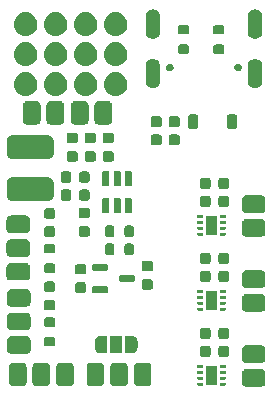
<source format=gbr>
%TF.GenerationSoftware,KiCad,Pcbnew,8.0.2*%
%TF.CreationDate,2024-07-01T07:37:42+02:00*%
%TF.ProjectId,ant control board v1.2,616e7420-636f-46e7-9472-6f6c20626f61,1.1*%
%TF.SameCoordinates,Original*%
%TF.FileFunction,Soldermask,Bot*%
%TF.FilePolarity,Negative*%
%FSLAX46Y46*%
G04 Gerber Fmt 4.6, Leading zero omitted, Abs format (unit mm)*
G04 Created by KiCad (PCBNEW 8.0.2) date 2024-07-01 07:37:42*
%MOMM*%
%LPD*%
G01*
G04 APERTURE LIST*
G04 APERTURE END LIST*
G36*
X159228001Y-99563590D02*
G01*
X159234022Y-99566533D01*
X159236688Y-99566956D01*
X159279319Y-99588677D01*
X159338904Y-99617807D01*
X159426193Y-99705096D01*
X159455340Y-99764719D01*
X159477043Y-99807312D01*
X159477464Y-99809974D01*
X159480410Y-99815999D01*
X159496000Y-99923000D01*
X159496000Y-100673000D01*
X159480410Y-100780001D01*
X159477464Y-100786025D01*
X159477043Y-100788688D01*
X159455345Y-100831270D01*
X159426193Y-100890904D01*
X159338904Y-100978193D01*
X159279256Y-101007352D01*
X159236687Y-101029043D01*
X159234026Y-101029464D01*
X159228001Y-101032410D01*
X159121000Y-101048000D01*
X157871000Y-101048000D01*
X157763999Y-101032410D01*
X157757974Y-101029464D01*
X157755311Y-101029043D01*
X157712704Y-101007333D01*
X157653096Y-100978193D01*
X157565807Y-100890904D01*
X157536670Y-100831304D01*
X157514956Y-100788687D01*
X157514534Y-100786023D01*
X157511590Y-100780001D01*
X157496000Y-100673000D01*
X157496000Y-99923000D01*
X157511590Y-99815999D01*
X157514533Y-99809977D01*
X157514956Y-99807311D01*
X157536689Y-99764656D01*
X157565807Y-99705096D01*
X157653096Y-99617807D01*
X157712670Y-99588682D01*
X157755312Y-99566956D01*
X157757977Y-99566533D01*
X157763999Y-99563590D01*
X157871000Y-99548000D01*
X159121000Y-99548000D01*
X159228001Y-99563590D01*
G37*
G36*
X138997906Y-99037686D02*
G01*
X139003927Y-99040629D01*
X139006593Y-99041052D01*
X139049224Y-99062773D01*
X139108809Y-99091903D01*
X139196098Y-99179192D01*
X139225245Y-99238815D01*
X139246948Y-99281408D01*
X139247369Y-99284070D01*
X139250315Y-99290095D01*
X139265905Y-99397096D01*
X139265905Y-100647096D01*
X139250315Y-100754097D01*
X139247369Y-100760121D01*
X139246948Y-100762784D01*
X139225250Y-100805366D01*
X139196098Y-100865000D01*
X139108809Y-100952289D01*
X139049161Y-100981448D01*
X139006592Y-101003139D01*
X139003931Y-101003560D01*
X138997906Y-101006506D01*
X138890905Y-101022096D01*
X138140905Y-101022096D01*
X138033904Y-101006506D01*
X138027879Y-101003560D01*
X138025216Y-101003139D01*
X137982609Y-100981429D01*
X137923001Y-100952289D01*
X137835712Y-100865000D01*
X137806575Y-100805400D01*
X137784861Y-100762783D01*
X137784439Y-100760119D01*
X137781495Y-100754097D01*
X137765905Y-100647096D01*
X137765905Y-99397096D01*
X137781495Y-99290095D01*
X137784438Y-99284073D01*
X137784861Y-99281407D01*
X137806594Y-99238752D01*
X137835712Y-99179192D01*
X137923001Y-99091903D01*
X137982575Y-99062778D01*
X138025217Y-99041052D01*
X138027882Y-99040629D01*
X138033904Y-99037686D01*
X138140905Y-99022096D01*
X138890905Y-99022096D01*
X138997906Y-99037686D01*
G37*
G36*
X140997906Y-99037686D02*
G01*
X141003927Y-99040629D01*
X141006593Y-99041052D01*
X141049224Y-99062773D01*
X141108809Y-99091903D01*
X141196098Y-99179192D01*
X141225245Y-99238815D01*
X141246948Y-99281408D01*
X141247369Y-99284070D01*
X141250315Y-99290095D01*
X141265905Y-99397096D01*
X141265905Y-100647096D01*
X141250315Y-100754097D01*
X141247369Y-100760121D01*
X141246948Y-100762784D01*
X141225250Y-100805366D01*
X141196098Y-100865000D01*
X141108809Y-100952289D01*
X141049161Y-100981448D01*
X141006592Y-101003139D01*
X141003931Y-101003560D01*
X140997906Y-101006506D01*
X140890905Y-101022096D01*
X140140905Y-101022096D01*
X140033904Y-101006506D01*
X140027879Y-101003560D01*
X140025216Y-101003139D01*
X139982609Y-100981429D01*
X139923001Y-100952289D01*
X139835712Y-100865000D01*
X139806575Y-100805400D01*
X139784861Y-100762783D01*
X139784439Y-100760119D01*
X139781495Y-100754097D01*
X139765905Y-100647096D01*
X139765905Y-99397096D01*
X139781495Y-99290095D01*
X139784438Y-99284073D01*
X139784861Y-99281407D01*
X139806594Y-99238752D01*
X139835712Y-99179192D01*
X139923001Y-99091903D01*
X139982575Y-99062778D01*
X140025217Y-99041052D01*
X140027882Y-99040629D01*
X140033904Y-99037686D01*
X140140905Y-99022096D01*
X140890905Y-99022096D01*
X140997906Y-99037686D01*
G37*
G36*
X142997906Y-99037686D02*
G01*
X143003927Y-99040629D01*
X143006593Y-99041052D01*
X143049224Y-99062773D01*
X143108809Y-99091903D01*
X143196098Y-99179192D01*
X143225245Y-99238815D01*
X143246948Y-99281408D01*
X143247369Y-99284070D01*
X143250315Y-99290095D01*
X143265905Y-99397096D01*
X143265905Y-100647096D01*
X143250315Y-100754097D01*
X143247369Y-100760121D01*
X143246948Y-100762784D01*
X143225250Y-100805366D01*
X143196098Y-100865000D01*
X143108809Y-100952289D01*
X143049161Y-100981448D01*
X143006592Y-101003139D01*
X143003931Y-101003560D01*
X142997906Y-101006506D01*
X142890905Y-101022096D01*
X142140905Y-101022096D01*
X142033904Y-101006506D01*
X142027879Y-101003560D01*
X142025216Y-101003139D01*
X141982609Y-100981429D01*
X141923001Y-100952289D01*
X141835712Y-100865000D01*
X141806575Y-100805400D01*
X141784861Y-100762783D01*
X141784439Y-100760119D01*
X141781495Y-100754097D01*
X141765905Y-100647096D01*
X141765905Y-99397096D01*
X141781495Y-99290095D01*
X141784438Y-99284073D01*
X141784861Y-99281407D01*
X141806594Y-99238752D01*
X141835712Y-99179192D01*
X141923001Y-99091903D01*
X141982575Y-99062778D01*
X142025217Y-99041052D01*
X142027882Y-99040629D01*
X142033904Y-99037686D01*
X142140905Y-99022096D01*
X142890905Y-99022096D01*
X142997906Y-99037686D01*
G37*
G36*
X145580001Y-99037686D02*
G01*
X145586022Y-99040629D01*
X145588688Y-99041052D01*
X145631319Y-99062773D01*
X145690904Y-99091903D01*
X145778193Y-99179192D01*
X145807340Y-99238815D01*
X145829043Y-99281408D01*
X145829464Y-99284070D01*
X145832410Y-99290095D01*
X145848000Y-99397096D01*
X145848000Y-100647096D01*
X145832410Y-100754097D01*
X145829464Y-100760121D01*
X145829043Y-100762784D01*
X145807345Y-100805366D01*
X145778193Y-100865000D01*
X145690904Y-100952289D01*
X145631256Y-100981448D01*
X145588687Y-101003139D01*
X145586026Y-101003560D01*
X145580001Y-101006506D01*
X145473000Y-101022096D01*
X144723000Y-101022096D01*
X144615999Y-101006506D01*
X144609974Y-101003560D01*
X144607311Y-101003139D01*
X144564704Y-100981429D01*
X144505096Y-100952289D01*
X144417807Y-100865000D01*
X144388670Y-100805400D01*
X144366956Y-100762783D01*
X144366534Y-100760119D01*
X144363590Y-100754097D01*
X144348000Y-100647096D01*
X144348000Y-99397096D01*
X144363590Y-99290095D01*
X144366533Y-99284073D01*
X144366956Y-99281407D01*
X144388689Y-99238752D01*
X144417807Y-99179192D01*
X144505096Y-99091903D01*
X144564670Y-99062778D01*
X144607312Y-99041052D01*
X144609977Y-99040629D01*
X144615999Y-99037686D01*
X144723000Y-99022096D01*
X145473000Y-99022096D01*
X145580001Y-99037686D01*
G37*
G36*
X147580001Y-99037686D02*
G01*
X147586022Y-99040629D01*
X147588688Y-99041052D01*
X147631319Y-99062773D01*
X147690904Y-99091903D01*
X147778193Y-99179192D01*
X147807340Y-99238815D01*
X147829043Y-99281408D01*
X147829464Y-99284070D01*
X147832410Y-99290095D01*
X147848000Y-99397096D01*
X147848000Y-100647096D01*
X147832410Y-100754097D01*
X147829464Y-100760121D01*
X147829043Y-100762784D01*
X147807345Y-100805366D01*
X147778193Y-100865000D01*
X147690904Y-100952289D01*
X147631256Y-100981448D01*
X147588687Y-101003139D01*
X147586026Y-101003560D01*
X147580001Y-101006506D01*
X147473000Y-101022096D01*
X146723000Y-101022096D01*
X146615999Y-101006506D01*
X146609974Y-101003560D01*
X146607311Y-101003139D01*
X146564704Y-100981429D01*
X146505096Y-100952289D01*
X146417807Y-100865000D01*
X146388670Y-100805400D01*
X146366956Y-100762783D01*
X146366534Y-100760119D01*
X146363590Y-100754097D01*
X146348000Y-100647096D01*
X146348000Y-99397096D01*
X146363590Y-99290095D01*
X146366533Y-99284073D01*
X146366956Y-99281407D01*
X146388689Y-99238752D01*
X146417807Y-99179192D01*
X146505096Y-99091903D01*
X146564670Y-99062778D01*
X146607312Y-99041052D01*
X146609977Y-99040629D01*
X146615999Y-99037686D01*
X146723000Y-99022096D01*
X147473000Y-99022096D01*
X147580001Y-99037686D01*
G37*
G36*
X149580001Y-99037686D02*
G01*
X149586022Y-99040629D01*
X149588688Y-99041052D01*
X149631319Y-99062773D01*
X149690904Y-99091903D01*
X149778193Y-99179192D01*
X149807340Y-99238815D01*
X149829043Y-99281408D01*
X149829464Y-99284070D01*
X149832410Y-99290095D01*
X149848000Y-99397096D01*
X149848000Y-100647096D01*
X149832410Y-100754097D01*
X149829464Y-100760121D01*
X149829043Y-100762784D01*
X149807345Y-100805366D01*
X149778193Y-100865000D01*
X149690904Y-100952289D01*
X149631256Y-100981448D01*
X149588687Y-101003139D01*
X149586026Y-101003560D01*
X149580001Y-101006506D01*
X149473000Y-101022096D01*
X148723000Y-101022096D01*
X148615999Y-101006506D01*
X148609974Y-101003560D01*
X148607311Y-101003139D01*
X148564704Y-100981429D01*
X148505096Y-100952289D01*
X148417807Y-100865000D01*
X148388670Y-100805400D01*
X148366956Y-100762783D01*
X148366534Y-100760119D01*
X148363590Y-100754097D01*
X148348000Y-100647096D01*
X148348000Y-99397096D01*
X148363590Y-99290095D01*
X148366533Y-99284073D01*
X148366956Y-99281407D01*
X148388689Y-99238752D01*
X148417807Y-99179192D01*
X148505096Y-99091903D01*
X148564670Y-99062778D01*
X148607312Y-99041052D01*
X148609977Y-99040629D01*
X148615999Y-99037686D01*
X148723000Y-99022096D01*
X149473000Y-99022096D01*
X149580001Y-99037686D01*
G37*
G36*
X154191918Y-100717258D02*
G01*
X154212194Y-100730806D01*
X154225742Y-100751082D01*
X154230500Y-100775000D01*
X154230500Y-100900000D01*
X154225742Y-100923918D01*
X154212194Y-100944194D01*
X154191918Y-100957742D01*
X154168000Y-100962500D01*
X153793000Y-100962500D01*
X153769082Y-100957742D01*
X153748806Y-100944194D01*
X153735258Y-100923918D01*
X153730500Y-100900000D01*
X153730500Y-100775000D01*
X153735258Y-100751082D01*
X153748806Y-100730806D01*
X153769082Y-100717258D01*
X153793000Y-100712500D01*
X154168000Y-100712500D01*
X154191918Y-100717258D01*
G37*
G36*
X156091918Y-100717258D02*
G01*
X156112194Y-100730806D01*
X156125742Y-100751082D01*
X156130500Y-100775000D01*
X156130500Y-100900000D01*
X156125742Y-100923918D01*
X156112194Y-100944194D01*
X156091918Y-100957742D01*
X156068000Y-100962500D01*
X155693000Y-100962500D01*
X155669082Y-100957742D01*
X155648806Y-100944194D01*
X155635258Y-100923918D01*
X155630500Y-100900000D01*
X155630500Y-100775000D01*
X155635258Y-100751082D01*
X155648806Y-100730806D01*
X155669082Y-100717258D01*
X155693000Y-100712500D01*
X156068000Y-100712500D01*
X156091918Y-100717258D01*
G37*
G36*
X155380500Y-100887500D02*
G01*
X154480500Y-100887500D01*
X154480500Y-99287500D01*
X155380500Y-99287500D01*
X155380500Y-100887500D01*
G37*
G36*
X154191918Y-100217258D02*
G01*
X154212194Y-100230806D01*
X154225742Y-100251082D01*
X154230500Y-100275000D01*
X154230500Y-100400000D01*
X154225742Y-100423918D01*
X154212194Y-100444194D01*
X154191918Y-100457742D01*
X154168000Y-100462500D01*
X153793000Y-100462500D01*
X153769082Y-100457742D01*
X153748806Y-100444194D01*
X153735258Y-100423918D01*
X153730500Y-100400000D01*
X153730500Y-100275000D01*
X153735258Y-100251082D01*
X153748806Y-100230806D01*
X153769082Y-100217258D01*
X153793000Y-100212500D01*
X154168000Y-100212500D01*
X154191918Y-100217258D01*
G37*
G36*
X156091918Y-100217258D02*
G01*
X156112194Y-100230806D01*
X156125742Y-100251082D01*
X156130500Y-100275000D01*
X156130500Y-100400000D01*
X156125742Y-100423918D01*
X156112194Y-100444194D01*
X156091918Y-100457742D01*
X156068000Y-100462500D01*
X155693000Y-100462500D01*
X155669082Y-100457742D01*
X155648806Y-100444194D01*
X155635258Y-100423918D01*
X155630500Y-100400000D01*
X155630500Y-100275000D01*
X155635258Y-100251082D01*
X155648806Y-100230806D01*
X155669082Y-100217258D01*
X155693000Y-100212500D01*
X156068000Y-100212500D01*
X156091918Y-100217258D01*
G37*
G36*
X154191918Y-99717258D02*
G01*
X154212194Y-99730806D01*
X154225742Y-99751082D01*
X154230500Y-99775000D01*
X154230500Y-99900000D01*
X154225742Y-99923918D01*
X154212194Y-99944194D01*
X154191918Y-99957742D01*
X154168000Y-99962500D01*
X153793000Y-99962500D01*
X153769082Y-99957742D01*
X153748806Y-99944194D01*
X153735258Y-99923918D01*
X153730500Y-99900000D01*
X153730500Y-99775000D01*
X153735258Y-99751082D01*
X153748806Y-99730806D01*
X153769082Y-99717258D01*
X153793000Y-99712500D01*
X154168000Y-99712500D01*
X154191918Y-99717258D01*
G37*
G36*
X156091918Y-99717258D02*
G01*
X156112194Y-99730806D01*
X156125742Y-99751082D01*
X156130500Y-99775000D01*
X156130500Y-99900000D01*
X156125742Y-99923918D01*
X156112194Y-99944194D01*
X156091918Y-99957742D01*
X156068000Y-99962500D01*
X155693000Y-99962500D01*
X155669082Y-99957742D01*
X155648806Y-99944194D01*
X155635258Y-99923918D01*
X155630500Y-99900000D01*
X155630500Y-99775000D01*
X155635258Y-99751082D01*
X155648806Y-99730806D01*
X155669082Y-99717258D01*
X155693000Y-99712500D01*
X156068000Y-99712500D01*
X156091918Y-99717258D01*
G37*
G36*
X154191918Y-99217258D02*
G01*
X154212194Y-99230806D01*
X154225742Y-99251082D01*
X154230500Y-99275000D01*
X154230500Y-99400000D01*
X154225742Y-99423918D01*
X154212194Y-99444194D01*
X154191918Y-99457742D01*
X154168000Y-99462500D01*
X153793000Y-99462500D01*
X153769082Y-99457742D01*
X153748806Y-99444194D01*
X153735258Y-99423918D01*
X153730500Y-99400000D01*
X153730500Y-99275000D01*
X153735258Y-99251082D01*
X153748806Y-99230806D01*
X153769082Y-99217258D01*
X153793000Y-99212500D01*
X154168000Y-99212500D01*
X154191918Y-99217258D01*
G37*
G36*
X156091918Y-99217258D02*
G01*
X156112194Y-99230806D01*
X156125742Y-99251082D01*
X156130500Y-99275000D01*
X156130500Y-99400000D01*
X156125742Y-99423918D01*
X156112194Y-99444194D01*
X156091918Y-99457742D01*
X156068000Y-99462500D01*
X155693000Y-99462500D01*
X155669082Y-99457742D01*
X155648806Y-99444194D01*
X155635258Y-99423918D01*
X155630500Y-99400000D01*
X155630500Y-99275000D01*
X155635258Y-99251082D01*
X155648806Y-99230806D01*
X155669082Y-99217258D01*
X155693000Y-99212500D01*
X156068000Y-99212500D01*
X156091918Y-99217258D01*
G37*
G36*
X159228001Y-97563590D02*
G01*
X159234022Y-97566533D01*
X159236688Y-97566956D01*
X159279319Y-97588677D01*
X159338904Y-97617807D01*
X159426193Y-97705096D01*
X159455340Y-97764719D01*
X159477043Y-97807312D01*
X159477464Y-97809974D01*
X159480410Y-97815999D01*
X159496000Y-97923000D01*
X159496000Y-98673000D01*
X159480410Y-98780001D01*
X159477464Y-98786025D01*
X159477043Y-98788688D01*
X159455345Y-98831270D01*
X159426193Y-98890904D01*
X159338904Y-98978193D01*
X159279256Y-99007352D01*
X159236687Y-99029043D01*
X159234026Y-99029464D01*
X159228001Y-99032410D01*
X159121000Y-99048000D01*
X157871000Y-99048000D01*
X157763999Y-99032410D01*
X157757974Y-99029464D01*
X157755311Y-99029043D01*
X157712704Y-99007333D01*
X157653096Y-98978193D01*
X157565807Y-98890904D01*
X157536670Y-98831304D01*
X157514956Y-98788687D01*
X157514534Y-98786023D01*
X157511590Y-98780001D01*
X157496000Y-98673000D01*
X157496000Y-97923000D01*
X157511590Y-97815999D01*
X157514533Y-97809977D01*
X157514956Y-97807311D01*
X157536689Y-97764656D01*
X157565807Y-97705096D01*
X157653096Y-97617807D01*
X157712670Y-97588682D01*
X157755312Y-97566956D01*
X157757977Y-97566533D01*
X157763999Y-97563590D01*
X157871000Y-97548000D01*
X159121000Y-97548000D01*
X159228001Y-97563590D01*
G37*
G36*
X154720604Y-97597627D02*
G01*
X154793599Y-97646401D01*
X154842373Y-97719396D01*
X154859500Y-97805500D01*
X154859500Y-98305500D01*
X154842373Y-98391604D01*
X154793599Y-98464599D01*
X154720604Y-98513373D01*
X154634500Y-98530500D01*
X154184500Y-98530500D01*
X154098396Y-98513373D01*
X154025401Y-98464599D01*
X153976627Y-98391604D01*
X153959500Y-98305500D01*
X153959500Y-97805500D01*
X153976627Y-97719396D01*
X154025401Y-97646401D01*
X154098396Y-97597627D01*
X154184500Y-97580500D01*
X154634500Y-97580500D01*
X154720604Y-97597627D01*
G37*
G36*
X156270604Y-97597627D02*
G01*
X156343599Y-97646401D01*
X156392373Y-97719396D01*
X156409500Y-97805500D01*
X156409500Y-98305500D01*
X156392373Y-98391604D01*
X156343599Y-98464599D01*
X156270604Y-98513373D01*
X156184500Y-98530500D01*
X155734500Y-98530500D01*
X155648396Y-98513373D01*
X155575401Y-98464599D01*
X155526627Y-98391604D01*
X155509500Y-98305500D01*
X155509500Y-97805500D01*
X155526627Y-97719396D01*
X155575401Y-97646401D01*
X155648396Y-97597627D01*
X155734500Y-97580500D01*
X156184500Y-97580500D01*
X156270604Y-97597627D01*
G37*
G36*
X139342906Y-96801590D02*
G01*
X139348927Y-96804533D01*
X139351593Y-96804956D01*
X139394224Y-96826677D01*
X139453809Y-96855807D01*
X139541098Y-96943096D01*
X139570245Y-97002719D01*
X139591948Y-97045312D01*
X139592369Y-97047974D01*
X139595315Y-97053999D01*
X139610905Y-97161000D01*
X139610905Y-97911000D01*
X139595315Y-98018001D01*
X139592369Y-98024025D01*
X139591948Y-98026688D01*
X139570250Y-98069270D01*
X139541098Y-98128904D01*
X139453809Y-98216193D01*
X139394161Y-98245352D01*
X139351592Y-98267043D01*
X139348931Y-98267464D01*
X139342906Y-98270410D01*
X139235905Y-98286000D01*
X137985905Y-98286000D01*
X137878904Y-98270410D01*
X137872879Y-98267464D01*
X137870216Y-98267043D01*
X137827609Y-98245333D01*
X137768001Y-98216193D01*
X137680712Y-98128904D01*
X137651575Y-98069304D01*
X137629861Y-98026687D01*
X137629439Y-98024023D01*
X137626495Y-98018001D01*
X137610905Y-97911000D01*
X137610905Y-97161000D01*
X137626495Y-97053999D01*
X137629438Y-97047977D01*
X137629861Y-97045311D01*
X137651594Y-97002656D01*
X137680712Y-96943096D01*
X137768001Y-96855807D01*
X137827575Y-96826682D01*
X137870217Y-96804956D01*
X137872882Y-96804533D01*
X137878904Y-96801590D01*
X137985905Y-96786000D01*
X139235905Y-96786000D01*
X139342906Y-96801590D01*
G37*
G36*
X146116336Y-96731664D02*
G01*
X146117800Y-96735200D01*
X146117800Y-98235200D01*
X146116336Y-98238736D01*
X146112800Y-98240200D01*
X146102696Y-98240200D01*
X145572904Y-98240200D01*
X145562800Y-98240200D01*
X145559264Y-98238736D01*
X145557964Y-98235597D01*
X145555517Y-98235111D01*
X145491643Y-98235111D01*
X145490234Y-98234908D01*
X145456814Y-98225095D01*
X145357169Y-98195837D01*
X145357166Y-98195835D01*
X145353683Y-98194813D01*
X145352389Y-98194222D01*
X145232667Y-98117281D01*
X145231591Y-98116349D01*
X145229216Y-98113608D01*
X145229210Y-98113603D01*
X145140774Y-98011541D01*
X145140773Y-98011539D01*
X145138394Y-98008794D01*
X145137625Y-98007597D01*
X145136117Y-98004296D01*
X145136113Y-98004289D01*
X145080016Y-97881454D01*
X145080012Y-97881441D01*
X145078506Y-97878143D01*
X145078105Y-97876778D01*
X145068117Y-97807311D01*
X145058109Y-97737711D01*
X145058108Y-97737701D01*
X145057851Y-97735912D01*
X145057800Y-97735200D01*
X145057800Y-97235200D01*
X145057851Y-97234488D01*
X145058108Y-97232699D01*
X145058109Y-97232688D01*
X145077588Y-97097218D01*
X145078105Y-97093622D01*
X145078506Y-97092257D01*
X145080011Y-97088960D01*
X145080016Y-97088945D01*
X145136113Y-96966110D01*
X145136119Y-96966100D01*
X145137625Y-96962803D01*
X145138394Y-96961606D01*
X145140770Y-96958863D01*
X145140774Y-96958858D01*
X145229210Y-96856796D01*
X145229219Y-96856787D01*
X145231591Y-96854051D01*
X145232667Y-96853119D01*
X145235715Y-96851159D01*
X145235720Y-96851156D01*
X145349335Y-96778140D01*
X145349338Y-96778138D01*
X145352389Y-96776178D01*
X145353683Y-96775587D01*
X145357160Y-96774565D01*
X145357169Y-96774562D01*
X145486747Y-96736515D01*
X145486752Y-96736514D01*
X145490234Y-96735492D01*
X145491643Y-96735289D01*
X145555517Y-96735289D01*
X145557964Y-96734802D01*
X145559264Y-96731664D01*
X145562800Y-96730200D01*
X146112800Y-96730200D01*
X146116336Y-96731664D01*
G37*
G36*
X148166336Y-96731664D02*
G01*
X148167635Y-96734802D01*
X148170083Y-96735289D01*
X148230324Y-96735289D01*
X148233957Y-96735289D01*
X148235366Y-96735492D01*
X148238848Y-96736514D01*
X148238852Y-96736515D01*
X148368430Y-96774562D01*
X148368436Y-96774565D01*
X148371917Y-96775587D01*
X148373211Y-96776178D01*
X148492933Y-96853119D01*
X148494009Y-96854051D01*
X148496383Y-96856790D01*
X148496389Y-96856796D01*
X148571167Y-96943096D01*
X148587206Y-96961606D01*
X148587975Y-96962803D01*
X148589483Y-96966105D01*
X148589486Y-96966110D01*
X148645583Y-97088945D01*
X148645585Y-97088954D01*
X148647094Y-97092257D01*
X148647495Y-97093622D01*
X148667749Y-97234488D01*
X148667800Y-97235200D01*
X148667800Y-97735200D01*
X148667749Y-97735912D01*
X148647495Y-97876778D01*
X148647094Y-97878143D01*
X148645584Y-97881447D01*
X148645583Y-97881454D01*
X148589486Y-98004289D01*
X148587975Y-98007597D01*
X148587206Y-98008794D01*
X148536014Y-98067872D01*
X148496389Y-98113603D01*
X148496386Y-98113605D01*
X148494009Y-98116349D01*
X148492933Y-98117281D01*
X148373211Y-98194222D01*
X148371917Y-98194813D01*
X148235366Y-98234908D01*
X148233957Y-98235111D01*
X148230324Y-98235111D01*
X148170083Y-98235111D01*
X148167635Y-98235597D01*
X148166336Y-98238736D01*
X148162800Y-98240200D01*
X148152696Y-98240200D01*
X147622904Y-98240200D01*
X147612800Y-98240200D01*
X147609264Y-98238736D01*
X147607800Y-98235200D01*
X147607800Y-96735200D01*
X147609264Y-96731664D01*
X147612800Y-96730200D01*
X148162800Y-96730200D01*
X148166336Y-96731664D01*
G37*
G36*
X147362800Y-98235200D02*
G01*
X146362800Y-98235200D01*
X146362800Y-96735200D01*
X147362800Y-96735200D01*
X147362800Y-98235200D01*
G37*
G36*
X141575537Y-96858624D02*
G01*
X141640421Y-96901979D01*
X141683776Y-96966863D01*
X141699000Y-97043400D01*
X141699000Y-97443400D01*
X141683776Y-97519937D01*
X141640421Y-97584821D01*
X141575537Y-97628176D01*
X141499000Y-97643400D01*
X140949000Y-97643400D01*
X140872463Y-97628176D01*
X140807579Y-97584821D01*
X140764224Y-97519937D01*
X140749000Y-97443400D01*
X140749000Y-97043400D01*
X140764224Y-96966863D01*
X140807579Y-96901979D01*
X140872463Y-96858624D01*
X140949000Y-96843400D01*
X141499000Y-96843400D01*
X141575537Y-96858624D01*
G37*
G36*
X154720604Y-96073627D02*
G01*
X154793599Y-96122401D01*
X154842373Y-96195396D01*
X154859500Y-96281500D01*
X154859500Y-96781500D01*
X154842373Y-96867604D01*
X154793599Y-96940599D01*
X154720604Y-96989373D01*
X154634500Y-97006500D01*
X154184500Y-97006500D01*
X154098396Y-96989373D01*
X154025401Y-96940599D01*
X153976627Y-96867604D01*
X153959500Y-96781500D01*
X153959500Y-96281500D01*
X153976627Y-96195396D01*
X154025401Y-96122401D01*
X154098396Y-96073627D01*
X154184500Y-96056500D01*
X154634500Y-96056500D01*
X154720604Y-96073627D01*
G37*
G36*
X156270604Y-96073627D02*
G01*
X156343599Y-96122401D01*
X156392373Y-96195396D01*
X156409500Y-96281500D01*
X156409500Y-96781500D01*
X156392373Y-96867604D01*
X156343599Y-96940599D01*
X156270604Y-96989373D01*
X156184500Y-97006500D01*
X155734500Y-97006500D01*
X155648396Y-96989373D01*
X155575401Y-96940599D01*
X155526627Y-96867604D01*
X155509500Y-96781500D01*
X155509500Y-96281500D01*
X155526627Y-96195396D01*
X155575401Y-96122401D01*
X155648396Y-96073627D01*
X155734500Y-96056500D01*
X156184500Y-96056500D01*
X156270604Y-96073627D01*
G37*
G36*
X139342906Y-94801590D02*
G01*
X139348927Y-94804533D01*
X139351593Y-94804956D01*
X139394224Y-94826677D01*
X139453809Y-94855807D01*
X139541098Y-94943096D01*
X139570245Y-95002719D01*
X139591948Y-95045312D01*
X139592369Y-95047974D01*
X139595315Y-95053999D01*
X139610905Y-95161000D01*
X139610905Y-95911000D01*
X139595315Y-96018001D01*
X139592369Y-96024025D01*
X139591948Y-96026688D01*
X139570250Y-96069270D01*
X139541098Y-96128904D01*
X139453809Y-96216193D01*
X139394161Y-96245352D01*
X139351592Y-96267043D01*
X139348931Y-96267464D01*
X139342906Y-96270410D01*
X139235905Y-96286000D01*
X137985905Y-96286000D01*
X137878904Y-96270410D01*
X137872879Y-96267464D01*
X137870216Y-96267043D01*
X137827609Y-96245333D01*
X137768001Y-96216193D01*
X137680712Y-96128904D01*
X137651575Y-96069304D01*
X137629861Y-96026687D01*
X137629439Y-96024023D01*
X137626495Y-96018001D01*
X137610905Y-95911000D01*
X137610905Y-95161000D01*
X137626495Y-95053999D01*
X137629438Y-95047977D01*
X137629861Y-95045311D01*
X137651594Y-95002656D01*
X137680712Y-94943096D01*
X137768001Y-94855807D01*
X137827575Y-94826682D01*
X137870217Y-94804956D01*
X137872882Y-94804533D01*
X137878904Y-94801590D01*
X137985905Y-94786000D01*
X139235905Y-94786000D01*
X139342906Y-94801590D01*
G37*
G36*
X141575537Y-95208624D02*
G01*
X141640421Y-95251979D01*
X141683776Y-95316863D01*
X141699000Y-95393400D01*
X141699000Y-95793400D01*
X141683776Y-95869937D01*
X141640421Y-95934821D01*
X141575537Y-95978176D01*
X141499000Y-95993400D01*
X140949000Y-95993400D01*
X140872463Y-95978176D01*
X140807579Y-95934821D01*
X140764224Y-95869937D01*
X140749000Y-95793400D01*
X140749000Y-95393400D01*
X140764224Y-95316863D01*
X140807579Y-95251979D01*
X140872463Y-95208624D01*
X140949000Y-95193400D01*
X141499000Y-95193400D01*
X141575537Y-95208624D01*
G37*
G36*
X159228001Y-93213590D02*
G01*
X159234022Y-93216533D01*
X159236688Y-93216956D01*
X159279319Y-93238677D01*
X159338904Y-93267807D01*
X159426193Y-93355096D01*
X159455340Y-93414719D01*
X159477043Y-93457312D01*
X159477464Y-93459974D01*
X159480410Y-93465999D01*
X159496000Y-93573000D01*
X159496000Y-94323000D01*
X159480410Y-94430001D01*
X159477464Y-94436025D01*
X159477043Y-94438688D01*
X159455345Y-94481270D01*
X159426193Y-94540904D01*
X159338904Y-94628193D01*
X159279256Y-94657352D01*
X159236687Y-94679043D01*
X159234026Y-94679464D01*
X159228001Y-94682410D01*
X159121000Y-94698000D01*
X157871000Y-94698000D01*
X157763999Y-94682410D01*
X157757974Y-94679464D01*
X157755311Y-94679043D01*
X157712704Y-94657333D01*
X157653096Y-94628193D01*
X157565807Y-94540904D01*
X157536670Y-94481304D01*
X157514956Y-94438687D01*
X157514534Y-94436023D01*
X157511590Y-94430001D01*
X157496000Y-94323000D01*
X157496000Y-93573000D01*
X157511590Y-93465999D01*
X157514533Y-93459977D01*
X157514956Y-93457311D01*
X157536689Y-93414656D01*
X157565807Y-93355096D01*
X157653096Y-93267807D01*
X157712670Y-93238682D01*
X157755312Y-93216956D01*
X157757977Y-93216533D01*
X157763999Y-93213590D01*
X157871000Y-93198000D01*
X159121000Y-93198000D01*
X159228001Y-93213590D01*
G37*
G36*
X154191918Y-94367258D02*
G01*
X154212194Y-94380806D01*
X154225742Y-94401082D01*
X154230500Y-94425000D01*
X154230500Y-94550000D01*
X154225742Y-94573918D01*
X154212194Y-94594194D01*
X154191918Y-94607742D01*
X154168000Y-94612500D01*
X153793000Y-94612500D01*
X153769082Y-94607742D01*
X153748806Y-94594194D01*
X153735258Y-94573918D01*
X153730500Y-94550000D01*
X153730500Y-94425000D01*
X153735258Y-94401082D01*
X153748806Y-94380806D01*
X153769082Y-94367258D01*
X153793000Y-94362500D01*
X154168000Y-94362500D01*
X154191918Y-94367258D01*
G37*
G36*
X156091918Y-94367258D02*
G01*
X156112194Y-94380806D01*
X156125742Y-94401082D01*
X156130500Y-94425000D01*
X156130500Y-94550000D01*
X156125742Y-94573918D01*
X156112194Y-94594194D01*
X156091918Y-94607742D01*
X156068000Y-94612500D01*
X155693000Y-94612500D01*
X155669082Y-94607742D01*
X155648806Y-94594194D01*
X155635258Y-94573918D01*
X155630500Y-94550000D01*
X155630500Y-94425000D01*
X155635258Y-94401082D01*
X155648806Y-94380806D01*
X155669082Y-94367258D01*
X155693000Y-94362500D01*
X156068000Y-94362500D01*
X156091918Y-94367258D01*
G37*
G36*
X141560104Y-93712527D02*
G01*
X141633099Y-93761301D01*
X141681873Y-93834296D01*
X141699000Y-93920400D01*
X141699000Y-94370400D01*
X141681873Y-94456504D01*
X141633099Y-94529499D01*
X141560104Y-94578273D01*
X141474000Y-94595400D01*
X140974000Y-94595400D01*
X140887896Y-94578273D01*
X140814901Y-94529499D01*
X140766127Y-94456504D01*
X140749000Y-94370400D01*
X140749000Y-93920400D01*
X140766127Y-93834296D01*
X140814901Y-93761301D01*
X140887896Y-93712527D01*
X140974000Y-93695400D01*
X141474000Y-93695400D01*
X141560104Y-93712527D01*
G37*
G36*
X155380500Y-94537500D02*
G01*
X154480500Y-94537500D01*
X154480500Y-92937500D01*
X155380500Y-92937500D01*
X155380500Y-94537500D01*
G37*
G36*
X139342906Y-92801590D02*
G01*
X139348927Y-92804533D01*
X139351593Y-92804956D01*
X139394224Y-92826677D01*
X139453809Y-92855807D01*
X139541098Y-92943096D01*
X139570245Y-93002719D01*
X139591948Y-93045312D01*
X139592369Y-93047974D01*
X139595315Y-93053999D01*
X139610905Y-93161000D01*
X139610905Y-93911000D01*
X139595315Y-94018001D01*
X139592369Y-94024025D01*
X139591948Y-94026688D01*
X139570250Y-94069270D01*
X139541098Y-94128904D01*
X139453809Y-94216193D01*
X139394161Y-94245352D01*
X139351592Y-94267043D01*
X139348931Y-94267464D01*
X139342906Y-94270410D01*
X139235905Y-94286000D01*
X137985905Y-94286000D01*
X137878904Y-94270410D01*
X137872879Y-94267464D01*
X137870216Y-94267043D01*
X137827609Y-94245333D01*
X137768001Y-94216193D01*
X137680712Y-94128904D01*
X137651575Y-94069304D01*
X137629861Y-94026687D01*
X137629439Y-94024023D01*
X137626495Y-94018001D01*
X137610905Y-93911000D01*
X137610905Y-93161000D01*
X137626495Y-93053999D01*
X137629438Y-93047977D01*
X137629861Y-93045311D01*
X137651594Y-93002656D01*
X137680712Y-92943096D01*
X137768001Y-92855807D01*
X137827575Y-92826682D01*
X137870217Y-92804956D01*
X137872882Y-92804533D01*
X137878904Y-92801590D01*
X137985905Y-92786000D01*
X139235905Y-92786000D01*
X139342906Y-92801590D01*
G37*
G36*
X154191918Y-93867258D02*
G01*
X154212194Y-93880806D01*
X154225742Y-93901082D01*
X154230500Y-93925000D01*
X154230500Y-94050000D01*
X154225742Y-94073918D01*
X154212194Y-94094194D01*
X154191918Y-94107742D01*
X154168000Y-94112500D01*
X153793000Y-94112500D01*
X153769082Y-94107742D01*
X153748806Y-94094194D01*
X153735258Y-94073918D01*
X153730500Y-94050000D01*
X153730500Y-93925000D01*
X153735258Y-93901082D01*
X153748806Y-93880806D01*
X153769082Y-93867258D01*
X153793000Y-93862500D01*
X154168000Y-93862500D01*
X154191918Y-93867258D01*
G37*
G36*
X156091918Y-93867258D02*
G01*
X156112194Y-93880806D01*
X156125742Y-93901082D01*
X156130500Y-93925000D01*
X156130500Y-94050000D01*
X156125742Y-94073918D01*
X156112194Y-94094194D01*
X156091918Y-94107742D01*
X156068000Y-94112500D01*
X155693000Y-94112500D01*
X155669082Y-94107742D01*
X155648806Y-94094194D01*
X155635258Y-94073918D01*
X155630500Y-94050000D01*
X155630500Y-93925000D01*
X155635258Y-93901082D01*
X155648806Y-93880806D01*
X155669082Y-93867258D01*
X155693000Y-93862500D01*
X156068000Y-93862500D01*
X156091918Y-93867258D01*
G37*
G36*
X154191918Y-93367258D02*
G01*
X154212194Y-93380806D01*
X154225742Y-93401082D01*
X154230500Y-93425000D01*
X154230500Y-93550000D01*
X154225742Y-93573918D01*
X154212194Y-93594194D01*
X154191918Y-93607742D01*
X154168000Y-93612500D01*
X153793000Y-93612500D01*
X153769082Y-93607742D01*
X153748806Y-93594194D01*
X153735258Y-93573918D01*
X153730500Y-93550000D01*
X153730500Y-93425000D01*
X153735258Y-93401082D01*
X153748806Y-93380806D01*
X153769082Y-93367258D01*
X153793000Y-93362500D01*
X154168000Y-93362500D01*
X154191918Y-93367258D01*
G37*
G36*
X156091918Y-93367258D02*
G01*
X156112194Y-93380806D01*
X156125742Y-93401082D01*
X156130500Y-93425000D01*
X156130500Y-93550000D01*
X156125742Y-93573918D01*
X156112194Y-93594194D01*
X156091918Y-93607742D01*
X156068000Y-93612500D01*
X155693000Y-93612500D01*
X155669082Y-93607742D01*
X155648806Y-93594194D01*
X155635258Y-93573918D01*
X155630500Y-93550000D01*
X155630500Y-93425000D01*
X155635258Y-93401082D01*
X155648806Y-93380806D01*
X155669082Y-93367258D01*
X155693000Y-93362500D01*
X156068000Y-93362500D01*
X156091918Y-93367258D01*
G37*
G36*
X146069403Y-92543418D02*
G01*
X146118066Y-92575934D01*
X146150582Y-92624597D01*
X146162000Y-92682000D01*
X146162000Y-92982000D01*
X146150582Y-93039403D01*
X146118066Y-93088066D01*
X146069403Y-93120582D01*
X146012000Y-93132000D01*
X144987000Y-93132000D01*
X144929597Y-93120582D01*
X144880934Y-93088066D01*
X144848418Y-93039403D01*
X144837000Y-92982000D01*
X144837000Y-92682000D01*
X144848418Y-92624597D01*
X144880934Y-92575934D01*
X144929597Y-92543418D01*
X144987000Y-92532000D01*
X146012000Y-92532000D01*
X146069403Y-92543418D01*
G37*
G36*
X154191918Y-92867258D02*
G01*
X154212194Y-92880806D01*
X154225742Y-92901082D01*
X154230500Y-92925000D01*
X154230500Y-93050000D01*
X154225742Y-93073918D01*
X154212194Y-93094194D01*
X154191918Y-93107742D01*
X154168000Y-93112500D01*
X153793000Y-93112500D01*
X153769082Y-93107742D01*
X153748806Y-93094194D01*
X153735258Y-93073918D01*
X153730500Y-93050000D01*
X153730500Y-92925000D01*
X153735258Y-92901082D01*
X153748806Y-92880806D01*
X153769082Y-92867258D01*
X153793000Y-92862500D01*
X154168000Y-92862500D01*
X154191918Y-92867258D01*
G37*
G36*
X156091918Y-92867258D02*
G01*
X156112194Y-92880806D01*
X156125742Y-92901082D01*
X156130500Y-92925000D01*
X156130500Y-93050000D01*
X156125742Y-93073918D01*
X156112194Y-93094194D01*
X156091918Y-93107742D01*
X156068000Y-93112500D01*
X155693000Y-93112500D01*
X155669082Y-93107742D01*
X155648806Y-93094194D01*
X155635258Y-93073918D01*
X155630500Y-93050000D01*
X155630500Y-92925000D01*
X155635258Y-92901082D01*
X155648806Y-92880806D01*
X155669082Y-92867258D01*
X155693000Y-92862500D01*
X156068000Y-92862500D01*
X156091918Y-92867258D01*
G37*
G36*
X144179104Y-92224127D02*
G01*
X144252099Y-92272901D01*
X144300873Y-92345896D01*
X144318000Y-92432000D01*
X144318000Y-92882000D01*
X144300873Y-92968104D01*
X144252099Y-93041099D01*
X144179104Y-93089873D01*
X144093000Y-93107000D01*
X143593000Y-93107000D01*
X143506896Y-93089873D01*
X143433901Y-93041099D01*
X143385127Y-92968104D01*
X143368000Y-92882000D01*
X143368000Y-92432000D01*
X143385127Y-92345896D01*
X143433901Y-92272901D01*
X143506896Y-92224127D01*
X143593000Y-92207000D01*
X144093000Y-92207000D01*
X144179104Y-92224127D01*
G37*
G36*
X141560104Y-92162527D02*
G01*
X141633099Y-92211301D01*
X141681873Y-92284296D01*
X141699000Y-92370400D01*
X141699000Y-92820400D01*
X141681873Y-92906504D01*
X141633099Y-92979499D01*
X141560104Y-93028273D01*
X141474000Y-93045400D01*
X140974000Y-93045400D01*
X140887896Y-93028273D01*
X140814901Y-92979499D01*
X140766127Y-92906504D01*
X140749000Y-92820400D01*
X140749000Y-92370400D01*
X140766127Y-92284296D01*
X140814901Y-92211301D01*
X140887896Y-92162527D01*
X140974000Y-92145400D01*
X141474000Y-92145400D01*
X141560104Y-92162527D01*
G37*
G36*
X149815104Y-91959927D02*
G01*
X149888099Y-92008701D01*
X149936873Y-92081696D01*
X149954000Y-92167800D01*
X149954000Y-92617800D01*
X149936873Y-92703904D01*
X149888099Y-92776899D01*
X149815104Y-92825673D01*
X149729000Y-92842800D01*
X149229000Y-92842800D01*
X149142896Y-92825673D01*
X149069901Y-92776899D01*
X149021127Y-92703904D01*
X149004000Y-92617800D01*
X149004000Y-92167800D01*
X149021127Y-92081696D01*
X149069901Y-92008701D01*
X149142896Y-91959927D01*
X149229000Y-91942800D01*
X149729000Y-91942800D01*
X149815104Y-91959927D01*
G37*
G36*
X159228001Y-91213590D02*
G01*
X159234022Y-91216533D01*
X159236688Y-91216956D01*
X159279319Y-91238677D01*
X159338904Y-91267807D01*
X159426193Y-91355096D01*
X159455340Y-91414719D01*
X159477043Y-91457312D01*
X159477464Y-91459974D01*
X159480410Y-91465999D01*
X159496000Y-91573000D01*
X159496000Y-92323000D01*
X159480410Y-92430001D01*
X159477464Y-92436025D01*
X159477043Y-92438688D01*
X159455345Y-92481270D01*
X159426193Y-92540904D01*
X159338904Y-92628193D01*
X159279256Y-92657352D01*
X159236687Y-92679043D01*
X159234026Y-92679464D01*
X159228001Y-92682410D01*
X159121000Y-92698000D01*
X157871000Y-92698000D01*
X157763999Y-92682410D01*
X157757974Y-92679464D01*
X157755311Y-92679043D01*
X157712704Y-92657333D01*
X157653096Y-92628193D01*
X157565807Y-92540904D01*
X157536670Y-92481304D01*
X157514956Y-92438687D01*
X157514534Y-92436023D01*
X157511590Y-92430001D01*
X157496000Y-92323000D01*
X157496000Y-91573000D01*
X157511590Y-91465999D01*
X157514533Y-91459977D01*
X157514956Y-91457311D01*
X157536689Y-91414656D01*
X157565807Y-91355096D01*
X157653096Y-91267807D01*
X157712670Y-91238682D01*
X157755312Y-91216956D01*
X157757977Y-91216533D01*
X157763999Y-91213590D01*
X157871000Y-91198000D01*
X159121000Y-91198000D01*
X159228001Y-91213590D01*
G37*
G36*
X148344403Y-91593418D02*
G01*
X148393066Y-91625934D01*
X148425582Y-91674597D01*
X148437000Y-91732000D01*
X148437000Y-92032000D01*
X148425582Y-92089403D01*
X148393066Y-92138066D01*
X148344403Y-92170582D01*
X148287000Y-92182000D01*
X147262000Y-92182000D01*
X147204597Y-92170582D01*
X147155934Y-92138066D01*
X147123418Y-92089403D01*
X147112000Y-92032000D01*
X147112000Y-91732000D01*
X147123418Y-91674597D01*
X147155934Y-91625934D01*
X147204597Y-91593418D01*
X147262000Y-91582000D01*
X148287000Y-91582000D01*
X148344403Y-91593418D01*
G37*
G36*
X154720604Y-91247627D02*
G01*
X154793599Y-91296401D01*
X154842373Y-91369396D01*
X154859500Y-91455500D01*
X154859500Y-91955500D01*
X154842373Y-92041604D01*
X154793599Y-92114599D01*
X154720604Y-92163373D01*
X154634500Y-92180500D01*
X154184500Y-92180500D01*
X154098396Y-92163373D01*
X154025401Y-92114599D01*
X153976627Y-92041604D01*
X153959500Y-91955500D01*
X153959500Y-91455500D01*
X153976627Y-91369396D01*
X154025401Y-91296401D01*
X154098396Y-91247627D01*
X154184500Y-91230500D01*
X154634500Y-91230500D01*
X154720604Y-91247627D01*
G37*
G36*
X156270604Y-91247627D02*
G01*
X156343599Y-91296401D01*
X156392373Y-91369396D01*
X156409500Y-91455500D01*
X156409500Y-91955500D01*
X156392373Y-92041604D01*
X156343599Y-92114599D01*
X156270604Y-92163373D01*
X156184500Y-92180500D01*
X155734500Y-92180500D01*
X155648396Y-92163373D01*
X155575401Y-92114599D01*
X155526627Y-92041604D01*
X155509500Y-91955500D01*
X155509500Y-91455500D01*
X155526627Y-91369396D01*
X155575401Y-91296401D01*
X155648396Y-91247627D01*
X155734500Y-91230500D01*
X156184500Y-91230500D01*
X156270604Y-91247627D01*
G37*
G36*
X139302906Y-90578590D02*
G01*
X139308927Y-90581533D01*
X139311593Y-90581956D01*
X139354224Y-90603677D01*
X139413809Y-90632807D01*
X139501098Y-90720096D01*
X139530245Y-90779719D01*
X139551948Y-90822312D01*
X139552369Y-90824974D01*
X139555315Y-90830999D01*
X139570905Y-90938000D01*
X139570905Y-91688000D01*
X139555315Y-91795001D01*
X139552369Y-91801025D01*
X139551948Y-91803688D01*
X139530250Y-91846270D01*
X139501098Y-91905904D01*
X139413809Y-91993193D01*
X139354161Y-92022352D01*
X139311592Y-92044043D01*
X139308931Y-92044464D01*
X139302906Y-92047410D01*
X139195905Y-92063000D01*
X137945905Y-92063000D01*
X137838904Y-92047410D01*
X137832879Y-92044464D01*
X137830216Y-92044043D01*
X137787609Y-92022333D01*
X137728001Y-91993193D01*
X137640712Y-91905904D01*
X137611575Y-91846304D01*
X137589861Y-91803687D01*
X137589439Y-91801023D01*
X137586495Y-91795001D01*
X137570905Y-91688000D01*
X137570905Y-90938000D01*
X137586495Y-90830999D01*
X137589438Y-90824977D01*
X137589861Y-90822311D01*
X137611594Y-90779656D01*
X137640712Y-90720096D01*
X137728001Y-90632807D01*
X137787575Y-90603682D01*
X137830217Y-90581956D01*
X137832882Y-90581533D01*
X137838904Y-90578590D01*
X137945905Y-90563000D01*
X139195905Y-90563000D01*
X139302906Y-90578590D01*
G37*
G36*
X144179104Y-90674127D02*
G01*
X144252099Y-90722901D01*
X144300873Y-90795896D01*
X144318000Y-90882000D01*
X144318000Y-91332000D01*
X144300873Y-91418104D01*
X144252099Y-91491099D01*
X144179104Y-91539873D01*
X144093000Y-91557000D01*
X143593000Y-91557000D01*
X143506896Y-91539873D01*
X143433901Y-91491099D01*
X143385127Y-91418104D01*
X143368000Y-91332000D01*
X143368000Y-90882000D01*
X143385127Y-90795896D01*
X143433901Y-90722901D01*
X143506896Y-90674127D01*
X143593000Y-90657000D01*
X144093000Y-90657000D01*
X144179104Y-90674127D01*
G37*
G36*
X141575537Y-90635624D02*
G01*
X141640421Y-90678979D01*
X141683776Y-90743863D01*
X141699000Y-90820400D01*
X141699000Y-91220400D01*
X141683776Y-91296937D01*
X141640421Y-91361821D01*
X141575537Y-91405176D01*
X141499000Y-91420400D01*
X140949000Y-91420400D01*
X140872463Y-91405176D01*
X140807579Y-91361821D01*
X140764224Y-91296937D01*
X140749000Y-91220400D01*
X140749000Y-90820400D01*
X140764224Y-90743863D01*
X140807579Y-90678979D01*
X140872463Y-90635624D01*
X140949000Y-90620400D01*
X141499000Y-90620400D01*
X141575537Y-90635624D01*
G37*
G36*
X149815104Y-90409927D02*
G01*
X149888099Y-90458701D01*
X149936873Y-90531696D01*
X149954000Y-90617800D01*
X149954000Y-91067800D01*
X149936873Y-91153904D01*
X149888099Y-91226899D01*
X149815104Y-91275673D01*
X149729000Y-91292800D01*
X149229000Y-91292800D01*
X149142896Y-91275673D01*
X149069901Y-91226899D01*
X149021127Y-91153904D01*
X149004000Y-91067800D01*
X149004000Y-90617800D01*
X149021127Y-90531696D01*
X149069901Y-90458701D01*
X149142896Y-90409927D01*
X149229000Y-90392800D01*
X149729000Y-90392800D01*
X149815104Y-90409927D01*
G37*
G36*
X146069403Y-90643418D02*
G01*
X146118066Y-90675934D01*
X146150582Y-90724597D01*
X146162000Y-90782000D01*
X146162000Y-91082000D01*
X146150582Y-91139403D01*
X146118066Y-91188066D01*
X146069403Y-91220582D01*
X146012000Y-91232000D01*
X144987000Y-91232000D01*
X144929597Y-91220582D01*
X144880934Y-91188066D01*
X144848418Y-91139403D01*
X144837000Y-91082000D01*
X144837000Y-90782000D01*
X144848418Y-90724597D01*
X144880934Y-90675934D01*
X144929597Y-90643418D01*
X144987000Y-90632000D01*
X146012000Y-90632000D01*
X146069403Y-90643418D01*
G37*
G36*
X154720604Y-89723627D02*
G01*
X154793599Y-89772401D01*
X154842373Y-89845396D01*
X154859500Y-89931500D01*
X154859500Y-90431500D01*
X154842373Y-90517604D01*
X154793599Y-90590599D01*
X154720604Y-90639373D01*
X154634500Y-90656500D01*
X154184500Y-90656500D01*
X154098396Y-90639373D01*
X154025401Y-90590599D01*
X153976627Y-90517604D01*
X153959500Y-90431500D01*
X153959500Y-89931500D01*
X153976627Y-89845396D01*
X154025401Y-89772401D01*
X154098396Y-89723627D01*
X154184500Y-89706500D01*
X154634500Y-89706500D01*
X154720604Y-89723627D01*
G37*
G36*
X156270604Y-89723627D02*
G01*
X156343599Y-89772401D01*
X156392373Y-89845396D01*
X156409500Y-89931500D01*
X156409500Y-90431500D01*
X156392373Y-90517604D01*
X156343599Y-90590599D01*
X156270604Y-90639373D01*
X156184500Y-90656500D01*
X155734500Y-90656500D01*
X155648396Y-90639373D01*
X155575401Y-90590599D01*
X155526627Y-90517604D01*
X155509500Y-90431500D01*
X155509500Y-89931500D01*
X155526627Y-89845396D01*
X155575401Y-89772401D01*
X155648396Y-89723627D01*
X155734500Y-89706500D01*
X156184500Y-89706500D01*
X156270604Y-89723627D01*
G37*
G36*
X139302906Y-88578590D02*
G01*
X139308927Y-88581533D01*
X139311593Y-88581956D01*
X139354224Y-88603677D01*
X139413809Y-88632807D01*
X139501098Y-88720096D01*
X139530245Y-88779719D01*
X139551948Y-88822312D01*
X139552369Y-88824974D01*
X139555315Y-88830999D01*
X139570905Y-88938000D01*
X139570905Y-89688000D01*
X139555315Y-89795001D01*
X139552369Y-89801025D01*
X139551948Y-89803688D01*
X139530250Y-89846270D01*
X139501098Y-89905904D01*
X139413809Y-89993193D01*
X139354161Y-90022352D01*
X139311592Y-90044043D01*
X139308931Y-90044464D01*
X139302906Y-90047410D01*
X139195905Y-90063000D01*
X137945905Y-90063000D01*
X137838904Y-90047410D01*
X137832879Y-90044464D01*
X137830216Y-90044043D01*
X137787609Y-90022333D01*
X137728001Y-89993193D01*
X137640712Y-89905904D01*
X137611575Y-89846304D01*
X137589861Y-89803687D01*
X137589439Y-89801023D01*
X137586495Y-89795001D01*
X137570905Y-89688000D01*
X137570905Y-88938000D01*
X137586495Y-88830999D01*
X137589438Y-88824977D01*
X137589861Y-88822311D01*
X137611594Y-88779656D01*
X137640712Y-88720096D01*
X137728001Y-88632807D01*
X137787575Y-88603682D01*
X137830217Y-88581956D01*
X137832882Y-88581533D01*
X137838904Y-88578590D01*
X137945905Y-88563000D01*
X139195905Y-88563000D01*
X139302906Y-88578590D01*
G37*
G36*
X146581537Y-88948224D02*
G01*
X146646421Y-88991579D01*
X146689776Y-89056463D01*
X146705000Y-89133000D01*
X146705000Y-89683000D01*
X146689776Y-89759537D01*
X146646421Y-89824421D01*
X146581537Y-89867776D01*
X146505000Y-89883000D01*
X146105000Y-89883000D01*
X146028463Y-89867776D01*
X145963579Y-89824421D01*
X145920224Y-89759537D01*
X145905000Y-89683000D01*
X145905000Y-89133000D01*
X145920224Y-89056463D01*
X145963579Y-88991579D01*
X146028463Y-88948224D01*
X146105000Y-88933000D01*
X146505000Y-88933000D01*
X146581537Y-88948224D01*
G37*
G36*
X148231537Y-88948224D02*
G01*
X148296421Y-88991579D01*
X148339776Y-89056463D01*
X148355000Y-89133000D01*
X148355000Y-89683000D01*
X148339776Y-89759537D01*
X148296421Y-89824421D01*
X148231537Y-89867776D01*
X148155000Y-89883000D01*
X147755000Y-89883000D01*
X147678463Y-89867776D01*
X147613579Y-89824421D01*
X147570224Y-89759537D01*
X147555000Y-89683000D01*
X147555000Y-89133000D01*
X147570224Y-89056463D01*
X147613579Y-88991579D01*
X147678463Y-88948224D01*
X147755000Y-88933000D01*
X148155000Y-88933000D01*
X148231537Y-88948224D01*
G37*
G36*
X141575537Y-88985624D02*
G01*
X141640421Y-89028979D01*
X141683776Y-89093863D01*
X141699000Y-89170400D01*
X141699000Y-89570400D01*
X141683776Y-89646937D01*
X141640421Y-89711821D01*
X141575537Y-89755176D01*
X141499000Y-89770400D01*
X140949000Y-89770400D01*
X140872463Y-89755176D01*
X140807579Y-89711821D01*
X140764224Y-89646937D01*
X140749000Y-89570400D01*
X140749000Y-89170400D01*
X140764224Y-89093863D01*
X140807579Y-89028979D01*
X140872463Y-88985624D01*
X140949000Y-88970400D01*
X141499000Y-88970400D01*
X141575537Y-88985624D01*
G37*
G36*
X141560104Y-87489527D02*
G01*
X141633099Y-87538301D01*
X141681873Y-87611296D01*
X141699000Y-87697400D01*
X141699000Y-88147400D01*
X141681873Y-88233504D01*
X141633099Y-88306499D01*
X141560104Y-88355273D01*
X141474000Y-88372400D01*
X140974000Y-88372400D01*
X140887896Y-88355273D01*
X140814901Y-88306499D01*
X140766127Y-88233504D01*
X140749000Y-88147400D01*
X140749000Y-87697400D01*
X140766127Y-87611296D01*
X140814901Y-87538301D01*
X140887896Y-87489527D01*
X140974000Y-87472400D01*
X141474000Y-87472400D01*
X141560104Y-87489527D01*
G37*
G36*
X146581537Y-87424224D02*
G01*
X146646421Y-87467579D01*
X146689776Y-87532463D01*
X146705000Y-87609000D01*
X146705000Y-88159000D01*
X146689776Y-88235537D01*
X146646421Y-88300421D01*
X146581537Y-88343776D01*
X146505000Y-88359000D01*
X146105000Y-88359000D01*
X146028463Y-88343776D01*
X145963579Y-88300421D01*
X145920224Y-88235537D01*
X145905000Y-88159000D01*
X145905000Y-87609000D01*
X145920224Y-87532463D01*
X145963579Y-87467579D01*
X146028463Y-87424224D01*
X146105000Y-87409000D01*
X146505000Y-87409000D01*
X146581537Y-87424224D01*
G37*
G36*
X148231537Y-87424224D02*
G01*
X148296421Y-87467579D01*
X148339776Y-87532463D01*
X148355000Y-87609000D01*
X148355000Y-88159000D01*
X148339776Y-88235537D01*
X148296421Y-88300421D01*
X148231537Y-88343776D01*
X148155000Y-88359000D01*
X147755000Y-88359000D01*
X147678463Y-88343776D01*
X147613579Y-88300421D01*
X147570224Y-88235537D01*
X147555000Y-88159000D01*
X147555000Y-87609000D01*
X147570224Y-87532463D01*
X147613579Y-87467579D01*
X147678463Y-87424224D01*
X147755000Y-87409000D01*
X148155000Y-87409000D01*
X148231537Y-87424224D01*
G37*
G36*
X159228001Y-86870090D02*
G01*
X159234022Y-86873033D01*
X159236688Y-86873456D01*
X159279319Y-86895177D01*
X159338904Y-86924307D01*
X159426193Y-87011596D01*
X159455340Y-87071219D01*
X159477043Y-87113812D01*
X159477464Y-87116474D01*
X159480410Y-87122499D01*
X159496000Y-87229500D01*
X159496000Y-87979500D01*
X159480410Y-88086501D01*
X159477464Y-88092525D01*
X159477043Y-88095188D01*
X159455345Y-88137770D01*
X159426193Y-88197404D01*
X159338904Y-88284693D01*
X159279256Y-88313852D01*
X159236687Y-88335543D01*
X159234026Y-88335964D01*
X159228001Y-88338910D01*
X159121000Y-88354500D01*
X157871000Y-88354500D01*
X157763999Y-88338910D01*
X157757974Y-88335964D01*
X157755311Y-88335543D01*
X157712704Y-88313833D01*
X157653096Y-88284693D01*
X157565807Y-88197404D01*
X157536670Y-88137804D01*
X157514956Y-88095187D01*
X157514534Y-88092523D01*
X157511590Y-88086501D01*
X157496000Y-87979500D01*
X157496000Y-87229500D01*
X157511590Y-87122499D01*
X157514533Y-87116477D01*
X157514956Y-87113811D01*
X157536689Y-87071156D01*
X157565807Y-87011596D01*
X157653096Y-86924307D01*
X157712670Y-86895182D01*
X157755312Y-86873456D01*
X157757977Y-86873033D01*
X157763999Y-86870090D01*
X157871000Y-86854500D01*
X159121000Y-86854500D01*
X159228001Y-86870090D01*
G37*
G36*
X144481104Y-87464127D02*
G01*
X144554099Y-87512901D01*
X144602873Y-87585896D01*
X144620000Y-87672000D01*
X144620000Y-88122000D01*
X144602873Y-88208104D01*
X144554099Y-88281099D01*
X144481104Y-88329873D01*
X144395000Y-88347000D01*
X143895000Y-88347000D01*
X143808896Y-88329873D01*
X143735901Y-88281099D01*
X143687127Y-88208104D01*
X143670000Y-88122000D01*
X143670000Y-87672000D01*
X143687127Y-87585896D01*
X143735901Y-87512901D01*
X143808896Y-87464127D01*
X143895000Y-87447000D01*
X144395000Y-87447000D01*
X144481104Y-87464127D01*
G37*
G36*
X154191918Y-88017258D02*
G01*
X154212194Y-88030806D01*
X154225742Y-88051082D01*
X154230500Y-88075000D01*
X154230500Y-88200000D01*
X154225742Y-88223918D01*
X154212194Y-88244194D01*
X154191918Y-88257742D01*
X154168000Y-88262500D01*
X153793000Y-88262500D01*
X153769082Y-88257742D01*
X153748806Y-88244194D01*
X153735258Y-88223918D01*
X153730500Y-88200000D01*
X153730500Y-88075000D01*
X153735258Y-88051082D01*
X153748806Y-88030806D01*
X153769082Y-88017258D01*
X153793000Y-88012500D01*
X154168000Y-88012500D01*
X154191918Y-88017258D01*
G37*
G36*
X156091918Y-88017258D02*
G01*
X156112194Y-88030806D01*
X156125742Y-88051082D01*
X156130500Y-88075000D01*
X156130500Y-88200000D01*
X156125742Y-88223918D01*
X156112194Y-88244194D01*
X156091918Y-88257742D01*
X156068000Y-88262500D01*
X155693000Y-88262500D01*
X155669082Y-88257742D01*
X155648806Y-88244194D01*
X155635258Y-88223918D01*
X155630500Y-88200000D01*
X155630500Y-88075000D01*
X155635258Y-88051082D01*
X155648806Y-88030806D01*
X155669082Y-88017258D01*
X155693000Y-88012500D01*
X156068000Y-88012500D01*
X156091918Y-88017258D01*
G37*
G36*
X155380500Y-88187500D02*
G01*
X154480500Y-88187500D01*
X154480500Y-86587500D01*
X155380500Y-86587500D01*
X155380500Y-88187500D01*
G37*
G36*
X139302906Y-86578590D02*
G01*
X139308927Y-86581533D01*
X139311593Y-86581956D01*
X139354224Y-86603677D01*
X139413809Y-86632807D01*
X139501098Y-86720096D01*
X139530245Y-86779719D01*
X139551948Y-86822312D01*
X139552369Y-86824974D01*
X139555315Y-86830999D01*
X139570905Y-86938000D01*
X139570905Y-87688000D01*
X139555315Y-87795001D01*
X139552369Y-87801025D01*
X139551948Y-87803688D01*
X139530250Y-87846270D01*
X139501098Y-87905904D01*
X139413809Y-87993193D01*
X139354161Y-88022352D01*
X139311592Y-88044043D01*
X139308931Y-88044464D01*
X139302906Y-88047410D01*
X139195905Y-88063000D01*
X137945905Y-88063000D01*
X137838904Y-88047410D01*
X137832879Y-88044464D01*
X137830216Y-88044043D01*
X137787609Y-88022333D01*
X137728001Y-87993193D01*
X137640712Y-87905904D01*
X137611575Y-87846304D01*
X137589861Y-87803687D01*
X137589439Y-87801023D01*
X137586495Y-87795001D01*
X137570905Y-87688000D01*
X137570905Y-86938000D01*
X137586495Y-86830999D01*
X137589438Y-86824977D01*
X137589861Y-86822311D01*
X137611594Y-86779656D01*
X137640712Y-86720096D01*
X137728001Y-86632807D01*
X137787575Y-86603682D01*
X137830217Y-86581956D01*
X137832882Y-86581533D01*
X137838904Y-86578590D01*
X137945905Y-86563000D01*
X139195905Y-86563000D01*
X139302906Y-86578590D01*
G37*
G36*
X154191918Y-87517258D02*
G01*
X154212194Y-87530806D01*
X154225742Y-87551082D01*
X154230500Y-87575000D01*
X154230500Y-87700000D01*
X154225742Y-87723918D01*
X154212194Y-87744194D01*
X154191918Y-87757742D01*
X154168000Y-87762500D01*
X153793000Y-87762500D01*
X153769082Y-87757742D01*
X153748806Y-87744194D01*
X153735258Y-87723918D01*
X153730500Y-87700000D01*
X153730500Y-87575000D01*
X153735258Y-87551082D01*
X153748806Y-87530806D01*
X153769082Y-87517258D01*
X153793000Y-87512500D01*
X154168000Y-87512500D01*
X154191918Y-87517258D01*
G37*
G36*
X156091918Y-87517258D02*
G01*
X156112194Y-87530806D01*
X156125742Y-87551082D01*
X156130500Y-87575000D01*
X156130500Y-87700000D01*
X156125742Y-87723918D01*
X156112194Y-87744194D01*
X156091918Y-87757742D01*
X156068000Y-87762500D01*
X155693000Y-87762500D01*
X155669082Y-87757742D01*
X155648806Y-87744194D01*
X155635258Y-87723918D01*
X155630500Y-87700000D01*
X155630500Y-87575000D01*
X155635258Y-87551082D01*
X155648806Y-87530806D01*
X155669082Y-87517258D01*
X155693000Y-87512500D01*
X156068000Y-87512500D01*
X156091918Y-87517258D01*
G37*
G36*
X154191918Y-87017258D02*
G01*
X154212194Y-87030806D01*
X154225742Y-87051082D01*
X154230500Y-87075000D01*
X154230500Y-87200000D01*
X154225742Y-87223918D01*
X154212194Y-87244194D01*
X154191918Y-87257742D01*
X154168000Y-87262500D01*
X153793000Y-87262500D01*
X153769082Y-87257742D01*
X153748806Y-87244194D01*
X153735258Y-87223918D01*
X153730500Y-87200000D01*
X153730500Y-87075000D01*
X153735258Y-87051082D01*
X153748806Y-87030806D01*
X153769082Y-87017258D01*
X153793000Y-87012500D01*
X154168000Y-87012500D01*
X154191918Y-87017258D01*
G37*
G36*
X156091918Y-87017258D02*
G01*
X156112194Y-87030806D01*
X156125742Y-87051082D01*
X156130500Y-87075000D01*
X156130500Y-87200000D01*
X156125742Y-87223918D01*
X156112194Y-87244194D01*
X156091918Y-87257742D01*
X156068000Y-87262500D01*
X155693000Y-87262500D01*
X155669082Y-87257742D01*
X155648806Y-87244194D01*
X155635258Y-87223918D01*
X155630500Y-87200000D01*
X155630500Y-87075000D01*
X155635258Y-87051082D01*
X155648806Y-87030806D01*
X155669082Y-87017258D01*
X155693000Y-87012500D01*
X156068000Y-87012500D01*
X156091918Y-87017258D01*
G37*
G36*
X141560104Y-85939527D02*
G01*
X141633099Y-85988301D01*
X141681873Y-86061296D01*
X141699000Y-86147400D01*
X141699000Y-86597400D01*
X141681873Y-86683504D01*
X141633099Y-86756499D01*
X141560104Y-86805273D01*
X141474000Y-86822400D01*
X140974000Y-86822400D01*
X140887896Y-86805273D01*
X140814901Y-86756499D01*
X140766127Y-86683504D01*
X140749000Y-86597400D01*
X140749000Y-86147400D01*
X140766127Y-86061296D01*
X140814901Y-85988301D01*
X140887896Y-85939527D01*
X140974000Y-85922400D01*
X141474000Y-85922400D01*
X141560104Y-85939527D01*
G37*
G36*
X144481104Y-85914127D02*
G01*
X144554099Y-85962901D01*
X144602873Y-86035896D01*
X144620000Y-86122000D01*
X144620000Y-86572000D01*
X144602873Y-86658104D01*
X144554099Y-86731099D01*
X144481104Y-86779873D01*
X144395000Y-86797000D01*
X143895000Y-86797000D01*
X143808896Y-86779873D01*
X143735901Y-86731099D01*
X143687127Y-86658104D01*
X143670000Y-86572000D01*
X143670000Y-86122000D01*
X143687127Y-86035896D01*
X143735901Y-85962901D01*
X143808896Y-85914127D01*
X143895000Y-85897000D01*
X144395000Y-85897000D01*
X144481104Y-85914127D01*
G37*
G36*
X154191918Y-86517258D02*
G01*
X154212194Y-86530806D01*
X154225742Y-86551082D01*
X154230500Y-86575000D01*
X154230500Y-86700000D01*
X154225742Y-86723918D01*
X154212194Y-86744194D01*
X154191918Y-86757742D01*
X154168000Y-86762500D01*
X153793000Y-86762500D01*
X153769082Y-86757742D01*
X153748806Y-86744194D01*
X153735258Y-86723918D01*
X153730500Y-86700000D01*
X153730500Y-86575000D01*
X153735258Y-86551082D01*
X153748806Y-86530806D01*
X153769082Y-86517258D01*
X153793000Y-86512500D01*
X154168000Y-86512500D01*
X154191918Y-86517258D01*
G37*
G36*
X156091918Y-86517258D02*
G01*
X156112194Y-86530806D01*
X156125742Y-86551082D01*
X156130500Y-86575000D01*
X156130500Y-86700000D01*
X156125742Y-86723918D01*
X156112194Y-86744194D01*
X156091918Y-86757742D01*
X156068000Y-86762500D01*
X155693000Y-86762500D01*
X155669082Y-86757742D01*
X155648806Y-86744194D01*
X155635258Y-86723918D01*
X155630500Y-86700000D01*
X155630500Y-86575000D01*
X155635258Y-86551082D01*
X155648806Y-86530806D01*
X155669082Y-86517258D01*
X155693000Y-86512500D01*
X156068000Y-86512500D01*
X156091918Y-86517258D01*
G37*
G36*
X146196403Y-85068418D02*
G01*
X146245066Y-85100934D01*
X146277582Y-85149597D01*
X146289000Y-85207000D01*
X146289000Y-86232000D01*
X146277582Y-86289403D01*
X146245066Y-86338066D01*
X146196403Y-86370582D01*
X146139000Y-86382000D01*
X145839000Y-86382000D01*
X145781597Y-86370582D01*
X145732934Y-86338066D01*
X145700418Y-86289403D01*
X145689000Y-86232000D01*
X145689000Y-85207000D01*
X145700418Y-85149597D01*
X145732934Y-85100934D01*
X145781597Y-85068418D01*
X145839000Y-85057000D01*
X146139000Y-85057000D01*
X146196403Y-85068418D01*
G37*
G36*
X147146403Y-85068418D02*
G01*
X147195066Y-85100934D01*
X147227582Y-85149597D01*
X147239000Y-85207000D01*
X147239000Y-86232000D01*
X147227582Y-86289403D01*
X147195066Y-86338066D01*
X147146403Y-86370582D01*
X147089000Y-86382000D01*
X146789000Y-86382000D01*
X146731597Y-86370582D01*
X146682934Y-86338066D01*
X146650418Y-86289403D01*
X146639000Y-86232000D01*
X146639000Y-85207000D01*
X146650418Y-85149597D01*
X146682934Y-85100934D01*
X146731597Y-85068418D01*
X146789000Y-85057000D01*
X147089000Y-85057000D01*
X147146403Y-85068418D01*
G37*
G36*
X148096403Y-85068418D02*
G01*
X148145066Y-85100934D01*
X148177582Y-85149597D01*
X148189000Y-85207000D01*
X148189000Y-86232000D01*
X148177582Y-86289403D01*
X148145066Y-86338066D01*
X148096403Y-86370582D01*
X148039000Y-86382000D01*
X147739000Y-86382000D01*
X147681597Y-86370582D01*
X147632934Y-86338066D01*
X147600418Y-86289403D01*
X147589000Y-86232000D01*
X147589000Y-85207000D01*
X147600418Y-85149597D01*
X147632934Y-85100934D01*
X147681597Y-85068418D01*
X147739000Y-85057000D01*
X148039000Y-85057000D01*
X148096403Y-85068418D01*
G37*
G36*
X159228001Y-84870090D02*
G01*
X159234022Y-84873033D01*
X159236688Y-84873456D01*
X159279319Y-84895177D01*
X159338904Y-84924307D01*
X159426193Y-85011596D01*
X159455340Y-85071219D01*
X159477043Y-85113812D01*
X159477464Y-85116474D01*
X159480410Y-85122499D01*
X159496000Y-85229500D01*
X159496000Y-85979500D01*
X159480410Y-86086501D01*
X159477464Y-86092525D01*
X159477043Y-86095188D01*
X159455345Y-86137770D01*
X159426193Y-86197404D01*
X159338904Y-86284693D01*
X159279256Y-86313852D01*
X159236687Y-86335543D01*
X159234026Y-86335964D01*
X159228001Y-86338910D01*
X159121000Y-86354500D01*
X157871000Y-86354500D01*
X157763999Y-86338910D01*
X157757974Y-86335964D01*
X157755311Y-86335543D01*
X157712704Y-86313833D01*
X157653096Y-86284693D01*
X157565807Y-86197404D01*
X157536670Y-86137804D01*
X157514956Y-86095187D01*
X157514534Y-86092523D01*
X157511590Y-86086501D01*
X157496000Y-85979500D01*
X157496000Y-85229500D01*
X157511590Y-85122499D01*
X157514533Y-85116477D01*
X157514956Y-85113811D01*
X157536689Y-85071156D01*
X157565807Y-85011596D01*
X157653096Y-84924307D01*
X157712670Y-84895182D01*
X157755312Y-84873456D01*
X157757977Y-84873033D01*
X157763999Y-84870090D01*
X157871000Y-84854500D01*
X159121000Y-84854500D01*
X159228001Y-84870090D01*
G37*
G36*
X154720604Y-84897627D02*
G01*
X154793599Y-84946401D01*
X154842373Y-85019396D01*
X154859500Y-85105500D01*
X154859500Y-85605500D01*
X154842373Y-85691604D01*
X154793599Y-85764599D01*
X154720604Y-85813373D01*
X154634500Y-85830500D01*
X154184500Y-85830500D01*
X154098396Y-85813373D01*
X154025401Y-85764599D01*
X153976627Y-85691604D01*
X153959500Y-85605500D01*
X153959500Y-85105500D01*
X153976627Y-85019396D01*
X154025401Y-84946401D01*
X154098396Y-84897627D01*
X154184500Y-84880500D01*
X154634500Y-84880500D01*
X154720604Y-84897627D01*
G37*
G36*
X156270604Y-84897627D02*
G01*
X156343599Y-84946401D01*
X156392373Y-85019396D01*
X156409500Y-85105500D01*
X156409500Y-85605500D01*
X156392373Y-85691604D01*
X156343599Y-85764599D01*
X156270604Y-85813373D01*
X156184500Y-85830500D01*
X155734500Y-85830500D01*
X155648396Y-85813373D01*
X155575401Y-85764599D01*
X155526627Y-85691604D01*
X155509500Y-85605500D01*
X155509500Y-85105500D01*
X155526627Y-85019396D01*
X155575401Y-84946401D01*
X155648396Y-84897627D01*
X155734500Y-84880500D01*
X156184500Y-84880500D01*
X156270604Y-84897627D01*
G37*
G36*
X141179283Y-83339427D02*
G01*
X141186012Y-83341936D01*
X141190860Y-83342519D01*
X141248247Y-83365149D01*
X141312624Y-83389161D01*
X141316506Y-83392067D01*
X141317819Y-83392585D01*
X141365589Y-83428810D01*
X141426553Y-83474447D01*
X141472207Y-83535435D01*
X141508414Y-83583180D01*
X141508931Y-83584491D01*
X141511839Y-83588376D01*
X141535857Y-83652771D01*
X141558480Y-83710138D01*
X141559062Y-83714984D01*
X141561573Y-83721717D01*
X141573000Y-83828000D01*
X141573000Y-84828000D01*
X141561573Y-84934283D01*
X141559061Y-84941015D01*
X141558480Y-84945860D01*
X141535867Y-85003200D01*
X141511839Y-85067624D01*
X141508930Y-85071509D01*
X141508414Y-85072819D01*
X141472266Y-85120487D01*
X141426553Y-85181553D01*
X141365487Y-85227266D01*
X141317819Y-85263414D01*
X141316509Y-85263930D01*
X141312624Y-85266839D01*
X141248210Y-85290864D01*
X141190861Y-85313480D01*
X141186015Y-85314061D01*
X141179283Y-85316573D01*
X141073000Y-85328000D01*
X138073000Y-85328000D01*
X137966717Y-85316573D01*
X137959984Y-85314061D01*
X137955139Y-85313480D01*
X137897781Y-85290861D01*
X137833376Y-85266839D01*
X137829491Y-85263931D01*
X137828180Y-85263414D01*
X137780435Y-85227207D01*
X137719447Y-85181553D01*
X137673810Y-85120589D01*
X137637585Y-85072819D01*
X137637067Y-85071506D01*
X137634161Y-85067624D01*
X137610153Y-85003257D01*
X137587519Y-84945861D01*
X137586936Y-84941011D01*
X137584427Y-84934283D01*
X137573000Y-84828000D01*
X137573000Y-83828000D01*
X137584427Y-83721717D01*
X137586936Y-83714988D01*
X137587519Y-83710139D01*
X137610156Y-83652734D01*
X137634161Y-83588376D01*
X137637066Y-83584494D01*
X137637585Y-83583180D01*
X137673868Y-83535332D01*
X137719447Y-83474447D01*
X137780332Y-83428868D01*
X137828180Y-83392585D01*
X137829494Y-83392066D01*
X137833376Y-83389161D01*
X137897724Y-83365160D01*
X137955138Y-83342519D01*
X137959988Y-83341936D01*
X137966717Y-83339427D01*
X138073000Y-83328000D01*
X141073000Y-83328000D01*
X141179283Y-83339427D01*
G37*
G36*
X142919104Y-84378127D02*
G01*
X142992099Y-84426901D01*
X143040873Y-84499896D01*
X143058000Y-84586000D01*
X143058000Y-85086000D01*
X143040873Y-85172104D01*
X142992099Y-85245099D01*
X142919104Y-85293873D01*
X142833000Y-85311000D01*
X142383000Y-85311000D01*
X142296896Y-85293873D01*
X142223901Y-85245099D01*
X142175127Y-85172104D01*
X142158000Y-85086000D01*
X142158000Y-84586000D01*
X142175127Y-84499896D01*
X142223901Y-84426901D01*
X142296896Y-84378127D01*
X142383000Y-84361000D01*
X142833000Y-84361000D01*
X142919104Y-84378127D01*
G37*
G36*
X144469104Y-84378127D02*
G01*
X144542099Y-84426901D01*
X144590873Y-84499896D01*
X144608000Y-84586000D01*
X144608000Y-85086000D01*
X144590873Y-85172104D01*
X144542099Y-85245099D01*
X144469104Y-85293873D01*
X144383000Y-85311000D01*
X143933000Y-85311000D01*
X143846896Y-85293873D01*
X143773901Y-85245099D01*
X143725127Y-85172104D01*
X143708000Y-85086000D01*
X143708000Y-84586000D01*
X143725127Y-84499896D01*
X143773901Y-84426901D01*
X143846896Y-84378127D01*
X143933000Y-84361000D01*
X144383000Y-84361000D01*
X144469104Y-84378127D01*
G37*
G36*
X154720604Y-83373627D02*
G01*
X154793599Y-83422401D01*
X154842373Y-83495396D01*
X154859500Y-83581500D01*
X154859500Y-84081500D01*
X154842373Y-84167604D01*
X154793599Y-84240599D01*
X154720604Y-84289373D01*
X154634500Y-84306500D01*
X154184500Y-84306500D01*
X154098396Y-84289373D01*
X154025401Y-84240599D01*
X153976627Y-84167604D01*
X153959500Y-84081500D01*
X153959500Y-83581500D01*
X153976627Y-83495396D01*
X154025401Y-83422401D01*
X154098396Y-83373627D01*
X154184500Y-83356500D01*
X154634500Y-83356500D01*
X154720604Y-83373627D01*
G37*
G36*
X156270604Y-83373627D02*
G01*
X156343599Y-83422401D01*
X156392373Y-83495396D01*
X156409500Y-83581500D01*
X156409500Y-84081500D01*
X156392373Y-84167604D01*
X156343599Y-84240599D01*
X156270604Y-84289373D01*
X156184500Y-84306500D01*
X155734500Y-84306500D01*
X155648396Y-84289373D01*
X155575401Y-84240599D01*
X155526627Y-84167604D01*
X155509500Y-84081500D01*
X155509500Y-83581500D01*
X155526627Y-83495396D01*
X155575401Y-83422401D01*
X155648396Y-83373627D01*
X155734500Y-83356500D01*
X156184500Y-83356500D01*
X156270604Y-83373627D01*
G37*
G36*
X146196403Y-82793418D02*
G01*
X146245066Y-82825934D01*
X146277582Y-82874597D01*
X146289000Y-82932000D01*
X146289000Y-83957000D01*
X146277582Y-84014403D01*
X146245066Y-84063066D01*
X146196403Y-84095582D01*
X146139000Y-84107000D01*
X145839000Y-84107000D01*
X145781597Y-84095582D01*
X145732934Y-84063066D01*
X145700418Y-84014403D01*
X145689000Y-83957000D01*
X145689000Y-82932000D01*
X145700418Y-82874597D01*
X145732934Y-82825934D01*
X145781597Y-82793418D01*
X145839000Y-82782000D01*
X146139000Y-82782000D01*
X146196403Y-82793418D01*
G37*
G36*
X147146403Y-82793418D02*
G01*
X147195066Y-82825934D01*
X147227582Y-82874597D01*
X147239000Y-82932000D01*
X147239000Y-83957000D01*
X147227582Y-84014403D01*
X147195066Y-84063066D01*
X147146403Y-84095582D01*
X147089000Y-84107000D01*
X146789000Y-84107000D01*
X146731597Y-84095582D01*
X146682934Y-84063066D01*
X146650418Y-84014403D01*
X146639000Y-83957000D01*
X146639000Y-82932000D01*
X146650418Y-82874597D01*
X146682934Y-82825934D01*
X146731597Y-82793418D01*
X146789000Y-82782000D01*
X147089000Y-82782000D01*
X147146403Y-82793418D01*
G37*
G36*
X148096403Y-82793418D02*
G01*
X148145066Y-82825934D01*
X148177582Y-82874597D01*
X148189000Y-82932000D01*
X148189000Y-83957000D01*
X148177582Y-84014403D01*
X148145066Y-84063066D01*
X148096403Y-84095582D01*
X148039000Y-84107000D01*
X147739000Y-84107000D01*
X147681597Y-84095582D01*
X147632934Y-84063066D01*
X147600418Y-84014403D01*
X147589000Y-83957000D01*
X147589000Y-82932000D01*
X147600418Y-82874597D01*
X147632934Y-82825934D01*
X147681597Y-82793418D01*
X147739000Y-82782000D01*
X148039000Y-82782000D01*
X148096403Y-82793418D01*
G37*
G36*
X142919104Y-82854127D02*
G01*
X142992099Y-82902901D01*
X143040873Y-82975896D01*
X143058000Y-83062000D01*
X143058000Y-83562000D01*
X143040873Y-83648104D01*
X142992099Y-83721099D01*
X142919104Y-83769873D01*
X142833000Y-83787000D01*
X142383000Y-83787000D01*
X142296896Y-83769873D01*
X142223901Y-83721099D01*
X142175127Y-83648104D01*
X142158000Y-83562000D01*
X142158000Y-83062000D01*
X142175127Y-82975896D01*
X142223901Y-82902901D01*
X142296896Y-82854127D01*
X142383000Y-82837000D01*
X142833000Y-82837000D01*
X142919104Y-82854127D01*
G37*
G36*
X144469104Y-82854127D02*
G01*
X144542099Y-82902901D01*
X144590873Y-82975896D01*
X144608000Y-83062000D01*
X144608000Y-83562000D01*
X144590873Y-83648104D01*
X144542099Y-83721099D01*
X144469104Y-83769873D01*
X144383000Y-83787000D01*
X143933000Y-83787000D01*
X143846896Y-83769873D01*
X143773901Y-83721099D01*
X143725127Y-83648104D01*
X143708000Y-83562000D01*
X143708000Y-83062000D01*
X143725127Y-82975896D01*
X143773901Y-82902901D01*
X143846896Y-82854127D01*
X143933000Y-82837000D01*
X144383000Y-82837000D01*
X144469104Y-82854127D01*
G37*
G36*
X143465104Y-81114127D02*
G01*
X143538099Y-81162901D01*
X143586873Y-81235896D01*
X143604000Y-81322000D01*
X143604000Y-81772000D01*
X143586873Y-81858104D01*
X143538099Y-81931099D01*
X143465104Y-81979873D01*
X143379000Y-81997000D01*
X142879000Y-81997000D01*
X142792896Y-81979873D01*
X142719901Y-81931099D01*
X142671127Y-81858104D01*
X142654000Y-81772000D01*
X142654000Y-81322000D01*
X142671127Y-81235896D01*
X142719901Y-81162901D01*
X142792896Y-81114127D01*
X142879000Y-81097000D01*
X143379000Y-81097000D01*
X143465104Y-81114127D01*
G37*
G36*
X144989104Y-81114127D02*
G01*
X145062099Y-81162901D01*
X145110873Y-81235896D01*
X145128000Y-81322000D01*
X145128000Y-81772000D01*
X145110873Y-81858104D01*
X145062099Y-81931099D01*
X144989104Y-81979873D01*
X144903000Y-81997000D01*
X144403000Y-81997000D01*
X144316896Y-81979873D01*
X144243901Y-81931099D01*
X144195127Y-81858104D01*
X144178000Y-81772000D01*
X144178000Y-81322000D01*
X144195127Y-81235896D01*
X144243901Y-81162901D01*
X144316896Y-81114127D01*
X144403000Y-81097000D01*
X144903000Y-81097000D01*
X144989104Y-81114127D01*
G37*
G36*
X146513104Y-81114127D02*
G01*
X146586099Y-81162901D01*
X146634873Y-81235896D01*
X146652000Y-81322000D01*
X146652000Y-81772000D01*
X146634873Y-81858104D01*
X146586099Y-81931099D01*
X146513104Y-81979873D01*
X146427000Y-81997000D01*
X145927000Y-81997000D01*
X145840896Y-81979873D01*
X145767901Y-81931099D01*
X145719127Y-81858104D01*
X145702000Y-81772000D01*
X145702000Y-81322000D01*
X145719127Y-81235896D01*
X145767901Y-81162901D01*
X145840896Y-81114127D01*
X145927000Y-81097000D01*
X146427000Y-81097000D01*
X146513104Y-81114127D01*
G37*
G36*
X141179283Y-79783427D02*
G01*
X141186012Y-79785936D01*
X141190860Y-79786519D01*
X141248247Y-79809149D01*
X141312624Y-79833161D01*
X141316506Y-79836067D01*
X141317819Y-79836585D01*
X141365589Y-79872810D01*
X141426553Y-79918447D01*
X141472207Y-79979435D01*
X141508414Y-80027180D01*
X141508931Y-80028491D01*
X141511839Y-80032376D01*
X141535857Y-80096771D01*
X141558480Y-80154138D01*
X141559062Y-80158984D01*
X141561573Y-80165717D01*
X141573000Y-80272000D01*
X141573000Y-81272000D01*
X141561573Y-81378283D01*
X141559061Y-81385015D01*
X141558480Y-81389860D01*
X141535867Y-81447200D01*
X141511839Y-81511624D01*
X141508930Y-81515509D01*
X141508414Y-81516819D01*
X141472266Y-81564487D01*
X141426553Y-81625553D01*
X141365487Y-81671266D01*
X141317819Y-81707414D01*
X141316509Y-81707930D01*
X141312624Y-81710839D01*
X141248210Y-81734864D01*
X141190861Y-81757480D01*
X141186015Y-81758061D01*
X141179283Y-81760573D01*
X141073000Y-81772000D01*
X138073000Y-81772000D01*
X137966717Y-81760573D01*
X137959984Y-81758061D01*
X137955139Y-81757480D01*
X137897781Y-81734861D01*
X137833376Y-81710839D01*
X137829491Y-81707931D01*
X137828180Y-81707414D01*
X137780435Y-81671207D01*
X137719447Y-81625553D01*
X137673810Y-81564589D01*
X137637585Y-81516819D01*
X137637067Y-81515506D01*
X137634161Y-81511624D01*
X137610153Y-81447257D01*
X137587519Y-81389861D01*
X137586936Y-81385011D01*
X137584427Y-81378283D01*
X137573000Y-81272000D01*
X137573000Y-80272000D01*
X137584427Y-80165717D01*
X137586936Y-80158988D01*
X137587519Y-80154139D01*
X137610156Y-80096734D01*
X137634161Y-80032376D01*
X137637066Y-80028494D01*
X137637585Y-80027180D01*
X137673868Y-79979332D01*
X137719447Y-79918447D01*
X137780332Y-79872868D01*
X137828180Y-79836585D01*
X137829494Y-79836066D01*
X137833376Y-79833161D01*
X137897724Y-79809160D01*
X137955138Y-79786519D01*
X137959988Y-79785936D01*
X137966717Y-79783427D01*
X138073000Y-79772000D01*
X141073000Y-79772000D01*
X141179283Y-79783427D01*
G37*
G36*
X150577104Y-79717127D02*
G01*
X150650099Y-79765901D01*
X150698873Y-79838896D01*
X150716000Y-79925000D01*
X150716000Y-80375000D01*
X150698873Y-80461104D01*
X150650099Y-80534099D01*
X150577104Y-80582873D01*
X150491000Y-80600000D01*
X149991000Y-80600000D01*
X149904896Y-80582873D01*
X149831901Y-80534099D01*
X149783127Y-80461104D01*
X149766000Y-80375000D01*
X149766000Y-79925000D01*
X149783127Y-79838896D01*
X149831901Y-79765901D01*
X149904896Y-79717127D01*
X149991000Y-79700000D01*
X150491000Y-79700000D01*
X150577104Y-79717127D01*
G37*
G36*
X152101104Y-79717127D02*
G01*
X152174099Y-79765901D01*
X152222873Y-79838896D01*
X152240000Y-79925000D01*
X152240000Y-80375000D01*
X152222873Y-80461104D01*
X152174099Y-80534099D01*
X152101104Y-80582873D01*
X152015000Y-80600000D01*
X151515000Y-80600000D01*
X151428896Y-80582873D01*
X151355901Y-80534099D01*
X151307127Y-80461104D01*
X151290000Y-80375000D01*
X151290000Y-79925000D01*
X151307127Y-79838896D01*
X151355901Y-79765901D01*
X151428896Y-79717127D01*
X151515000Y-79700000D01*
X152015000Y-79700000D01*
X152101104Y-79717127D01*
G37*
G36*
X143465104Y-79564127D02*
G01*
X143538099Y-79612901D01*
X143586873Y-79685896D01*
X143604000Y-79772000D01*
X143604000Y-80222000D01*
X143586873Y-80308104D01*
X143538099Y-80381099D01*
X143465104Y-80429873D01*
X143379000Y-80447000D01*
X142879000Y-80447000D01*
X142792896Y-80429873D01*
X142719901Y-80381099D01*
X142671127Y-80308104D01*
X142654000Y-80222000D01*
X142654000Y-79772000D01*
X142671127Y-79685896D01*
X142719901Y-79612901D01*
X142792896Y-79564127D01*
X142879000Y-79547000D01*
X143379000Y-79547000D01*
X143465104Y-79564127D01*
G37*
G36*
X144989104Y-79564127D02*
G01*
X145062099Y-79612901D01*
X145110873Y-79685896D01*
X145128000Y-79772000D01*
X145128000Y-80222000D01*
X145110873Y-80308104D01*
X145062099Y-80381099D01*
X144989104Y-80429873D01*
X144903000Y-80447000D01*
X144403000Y-80447000D01*
X144316896Y-80429873D01*
X144243901Y-80381099D01*
X144195127Y-80308104D01*
X144178000Y-80222000D01*
X144178000Y-79772000D01*
X144195127Y-79685896D01*
X144243901Y-79612901D01*
X144316896Y-79564127D01*
X144403000Y-79547000D01*
X144903000Y-79547000D01*
X144989104Y-79564127D01*
G37*
G36*
X146513104Y-79564127D02*
G01*
X146586099Y-79612901D01*
X146634873Y-79685896D01*
X146652000Y-79772000D01*
X146652000Y-80222000D01*
X146634873Y-80308104D01*
X146586099Y-80381099D01*
X146513104Y-80429873D01*
X146427000Y-80447000D01*
X145927000Y-80447000D01*
X145840896Y-80429873D01*
X145767901Y-80381099D01*
X145719127Y-80308104D01*
X145702000Y-80222000D01*
X145702000Y-79772000D01*
X145719127Y-79685896D01*
X145767901Y-79612901D01*
X145840896Y-79564127D01*
X145927000Y-79547000D01*
X146427000Y-79547000D01*
X146513104Y-79564127D01*
G37*
G36*
X153677304Y-78030127D02*
G01*
X153750299Y-78078901D01*
X153799073Y-78151896D01*
X153816200Y-78238000D01*
X153816200Y-78988000D01*
X153799073Y-79074104D01*
X153750299Y-79147099D01*
X153677304Y-79195873D01*
X153591200Y-79213000D01*
X153141200Y-79213000D01*
X153055096Y-79195873D01*
X152982101Y-79147099D01*
X152933327Y-79074104D01*
X152916200Y-78988000D01*
X152916200Y-78238000D01*
X152933327Y-78151896D01*
X152982101Y-78078901D01*
X153055096Y-78030127D01*
X153141200Y-78013000D01*
X153591200Y-78013000D01*
X153677304Y-78030127D01*
G37*
G36*
X156977304Y-78030127D02*
G01*
X157050299Y-78078901D01*
X157099073Y-78151896D01*
X157116200Y-78238000D01*
X157116200Y-78988000D01*
X157099073Y-79074104D01*
X157050299Y-79147099D01*
X156977304Y-79195873D01*
X156891200Y-79213000D01*
X156441200Y-79213000D01*
X156355096Y-79195873D01*
X156282101Y-79147099D01*
X156233327Y-79074104D01*
X156216200Y-78988000D01*
X156216200Y-78238000D01*
X156233327Y-78151896D01*
X156282101Y-78078901D01*
X156355096Y-78030127D01*
X156441200Y-78013000D01*
X156891200Y-78013000D01*
X156977304Y-78030127D01*
G37*
G36*
X150577104Y-78167127D02*
G01*
X150650099Y-78215901D01*
X150698873Y-78288896D01*
X150716000Y-78375000D01*
X150716000Y-78825000D01*
X150698873Y-78911104D01*
X150650099Y-78984099D01*
X150577104Y-79032873D01*
X150491000Y-79050000D01*
X149991000Y-79050000D01*
X149904896Y-79032873D01*
X149831901Y-78984099D01*
X149783127Y-78911104D01*
X149766000Y-78825000D01*
X149766000Y-78375000D01*
X149783127Y-78288896D01*
X149831901Y-78215901D01*
X149904896Y-78167127D01*
X149991000Y-78150000D01*
X150491000Y-78150000D01*
X150577104Y-78167127D01*
G37*
G36*
X152101104Y-78167127D02*
G01*
X152174099Y-78215901D01*
X152222873Y-78288896D01*
X152240000Y-78375000D01*
X152240000Y-78825000D01*
X152222873Y-78911104D01*
X152174099Y-78984099D01*
X152101104Y-79032873D01*
X152015000Y-79050000D01*
X151515000Y-79050000D01*
X151428896Y-79032873D01*
X151355901Y-78984099D01*
X151307127Y-78911104D01*
X151290000Y-78825000D01*
X151290000Y-78375000D01*
X151307127Y-78288896D01*
X151355901Y-78215901D01*
X151428896Y-78167127D01*
X151515000Y-78150000D01*
X152015000Y-78150000D01*
X152101104Y-78167127D01*
G37*
G36*
X140188501Y-76876090D02*
G01*
X140194522Y-76879033D01*
X140197188Y-76879456D01*
X140239819Y-76901177D01*
X140299404Y-76930307D01*
X140386693Y-77017596D01*
X140415840Y-77077219D01*
X140437543Y-77119812D01*
X140437964Y-77122474D01*
X140440910Y-77128499D01*
X140456500Y-77235500D01*
X140456500Y-78485500D01*
X140440910Y-78592501D01*
X140437964Y-78598525D01*
X140437543Y-78601188D01*
X140415845Y-78643770D01*
X140386693Y-78703404D01*
X140299404Y-78790693D01*
X140239756Y-78819852D01*
X140197187Y-78841543D01*
X140194526Y-78841964D01*
X140188501Y-78844910D01*
X140081500Y-78860500D01*
X139331500Y-78860500D01*
X139224499Y-78844910D01*
X139218474Y-78841964D01*
X139215811Y-78841543D01*
X139173204Y-78819833D01*
X139113596Y-78790693D01*
X139026307Y-78703404D01*
X138997170Y-78643804D01*
X138975456Y-78601187D01*
X138975034Y-78598523D01*
X138972090Y-78592501D01*
X138956500Y-78485500D01*
X138956500Y-77235500D01*
X138972090Y-77128499D01*
X138975033Y-77122477D01*
X138975456Y-77119811D01*
X138997189Y-77077156D01*
X139026307Y-77017596D01*
X139113596Y-76930307D01*
X139173170Y-76901182D01*
X139215812Y-76879456D01*
X139218477Y-76879033D01*
X139224499Y-76876090D01*
X139331500Y-76860500D01*
X140081500Y-76860500D01*
X140188501Y-76876090D01*
G37*
G36*
X142188501Y-76876090D02*
G01*
X142194522Y-76879033D01*
X142197188Y-76879456D01*
X142239819Y-76901177D01*
X142299404Y-76930307D01*
X142386693Y-77017596D01*
X142415840Y-77077219D01*
X142437543Y-77119812D01*
X142437964Y-77122474D01*
X142440910Y-77128499D01*
X142456500Y-77235500D01*
X142456500Y-78485500D01*
X142440910Y-78592501D01*
X142437964Y-78598525D01*
X142437543Y-78601188D01*
X142415845Y-78643770D01*
X142386693Y-78703404D01*
X142299404Y-78790693D01*
X142239756Y-78819852D01*
X142197187Y-78841543D01*
X142194526Y-78841964D01*
X142188501Y-78844910D01*
X142081500Y-78860500D01*
X141331500Y-78860500D01*
X141224499Y-78844910D01*
X141218474Y-78841964D01*
X141215811Y-78841543D01*
X141173204Y-78819833D01*
X141113596Y-78790693D01*
X141026307Y-78703404D01*
X140997170Y-78643804D01*
X140975456Y-78601187D01*
X140975034Y-78598523D01*
X140972090Y-78592501D01*
X140956500Y-78485500D01*
X140956500Y-77235500D01*
X140972090Y-77128499D01*
X140975033Y-77122477D01*
X140975456Y-77119811D01*
X140997189Y-77077156D01*
X141026307Y-77017596D01*
X141113596Y-76930307D01*
X141173170Y-76901182D01*
X141215812Y-76879456D01*
X141218477Y-76879033D01*
X141224499Y-76876090D01*
X141331500Y-76860500D01*
X142081500Y-76860500D01*
X142188501Y-76876090D01*
G37*
G36*
X144252501Y-76876090D02*
G01*
X144258522Y-76879033D01*
X144261188Y-76879456D01*
X144303819Y-76901177D01*
X144363404Y-76930307D01*
X144450693Y-77017596D01*
X144479840Y-77077219D01*
X144501543Y-77119812D01*
X144501964Y-77122474D01*
X144504910Y-77128499D01*
X144520500Y-77235500D01*
X144520500Y-78485500D01*
X144504910Y-78592501D01*
X144501964Y-78598525D01*
X144501543Y-78601188D01*
X144479845Y-78643770D01*
X144450693Y-78703404D01*
X144363404Y-78790693D01*
X144303756Y-78819852D01*
X144261187Y-78841543D01*
X144258526Y-78841964D01*
X144252501Y-78844910D01*
X144145500Y-78860500D01*
X143395500Y-78860500D01*
X143288499Y-78844910D01*
X143282474Y-78841964D01*
X143279811Y-78841543D01*
X143237204Y-78819833D01*
X143177596Y-78790693D01*
X143090307Y-78703404D01*
X143061170Y-78643804D01*
X143039456Y-78601187D01*
X143039034Y-78598523D01*
X143036090Y-78592501D01*
X143020500Y-78485500D01*
X143020500Y-77235500D01*
X143036090Y-77128499D01*
X143039033Y-77122477D01*
X143039456Y-77119811D01*
X143061189Y-77077156D01*
X143090307Y-77017596D01*
X143177596Y-76930307D01*
X143237170Y-76901182D01*
X143279812Y-76879456D01*
X143282477Y-76879033D01*
X143288499Y-76876090D01*
X143395500Y-76860500D01*
X144145500Y-76860500D01*
X144252501Y-76876090D01*
G37*
G36*
X146252501Y-76876090D02*
G01*
X146258522Y-76879033D01*
X146261188Y-76879456D01*
X146303819Y-76901177D01*
X146363404Y-76930307D01*
X146450693Y-77017596D01*
X146479840Y-77077219D01*
X146501543Y-77119812D01*
X146501964Y-77122474D01*
X146504910Y-77128499D01*
X146520500Y-77235500D01*
X146520500Y-78485500D01*
X146504910Y-78592501D01*
X146501964Y-78598525D01*
X146501543Y-78601188D01*
X146479845Y-78643770D01*
X146450693Y-78703404D01*
X146363404Y-78790693D01*
X146303756Y-78819852D01*
X146261187Y-78841543D01*
X146258526Y-78841964D01*
X146252501Y-78844910D01*
X146145500Y-78860500D01*
X145395500Y-78860500D01*
X145288499Y-78844910D01*
X145282474Y-78841964D01*
X145279811Y-78841543D01*
X145237204Y-78819833D01*
X145177596Y-78790693D01*
X145090307Y-78703404D01*
X145061170Y-78643804D01*
X145039456Y-78601187D01*
X145039034Y-78598523D01*
X145036090Y-78592501D01*
X145020500Y-78485500D01*
X145020500Y-77235500D01*
X145036090Y-77128499D01*
X145039033Y-77122477D01*
X145039456Y-77119811D01*
X145061189Y-77077156D01*
X145090307Y-77017596D01*
X145177596Y-76930307D01*
X145237170Y-76901182D01*
X145279812Y-76879456D01*
X145282477Y-76879033D01*
X145288499Y-76876090D01*
X145395500Y-76860500D01*
X146145500Y-76860500D01*
X146252501Y-76876090D01*
G37*
G36*
X139387090Y-74457215D02*
G01*
X139574683Y-74514120D01*
X139747570Y-74606530D01*
X139899107Y-74730893D01*
X140023470Y-74882430D01*
X140115880Y-75055317D01*
X140172785Y-75242910D01*
X140192000Y-75438000D01*
X140172785Y-75633090D01*
X140115880Y-75820683D01*
X140023470Y-75993570D01*
X139899107Y-76145107D01*
X139747570Y-76269470D01*
X139574683Y-76361880D01*
X139387090Y-76418785D01*
X139192000Y-76438000D01*
X138996910Y-76418785D01*
X138809317Y-76361880D01*
X138636430Y-76269470D01*
X138484893Y-76145107D01*
X138360530Y-75993570D01*
X138268120Y-75820683D01*
X138211215Y-75633090D01*
X138192000Y-75438000D01*
X138211215Y-75242910D01*
X138268120Y-75055317D01*
X138360530Y-74882430D01*
X138484893Y-74730893D01*
X138636430Y-74606530D01*
X138809317Y-74514120D01*
X138996910Y-74457215D01*
X139192000Y-74438000D01*
X139387090Y-74457215D01*
G37*
G36*
X141927090Y-74457215D02*
G01*
X142114683Y-74514120D01*
X142287570Y-74606530D01*
X142439107Y-74730893D01*
X142563470Y-74882430D01*
X142655880Y-75055317D01*
X142712785Y-75242910D01*
X142732000Y-75438000D01*
X142712785Y-75633090D01*
X142655880Y-75820683D01*
X142563470Y-75993570D01*
X142439107Y-76145107D01*
X142287570Y-76269470D01*
X142114683Y-76361880D01*
X141927090Y-76418785D01*
X141732000Y-76438000D01*
X141536910Y-76418785D01*
X141349317Y-76361880D01*
X141176430Y-76269470D01*
X141024893Y-76145107D01*
X140900530Y-75993570D01*
X140808120Y-75820683D01*
X140751215Y-75633090D01*
X140732000Y-75438000D01*
X140751215Y-75242910D01*
X140808120Y-75055317D01*
X140900530Y-74882430D01*
X141024893Y-74730893D01*
X141176430Y-74606530D01*
X141349317Y-74514120D01*
X141536910Y-74457215D01*
X141732000Y-74438000D01*
X141927090Y-74457215D01*
G37*
G36*
X144467090Y-74457215D02*
G01*
X144654683Y-74514120D01*
X144827570Y-74606530D01*
X144979107Y-74730893D01*
X145103470Y-74882430D01*
X145195880Y-75055317D01*
X145252785Y-75242910D01*
X145272000Y-75438000D01*
X145252785Y-75633090D01*
X145195880Y-75820683D01*
X145103470Y-75993570D01*
X144979107Y-76145107D01*
X144827570Y-76269470D01*
X144654683Y-76361880D01*
X144467090Y-76418785D01*
X144272000Y-76438000D01*
X144076910Y-76418785D01*
X143889317Y-76361880D01*
X143716430Y-76269470D01*
X143564893Y-76145107D01*
X143440530Y-75993570D01*
X143348120Y-75820683D01*
X143291215Y-75633090D01*
X143272000Y-75438000D01*
X143291215Y-75242910D01*
X143348120Y-75055317D01*
X143440530Y-74882430D01*
X143564893Y-74730893D01*
X143716430Y-74606530D01*
X143889317Y-74514120D01*
X144076910Y-74457215D01*
X144272000Y-74438000D01*
X144467090Y-74457215D01*
G37*
G36*
X147007090Y-74457215D02*
G01*
X147194683Y-74514120D01*
X147367570Y-74606530D01*
X147519107Y-74730893D01*
X147643470Y-74882430D01*
X147735880Y-75055317D01*
X147792785Y-75242910D01*
X147812000Y-75438000D01*
X147792785Y-75633090D01*
X147735880Y-75820683D01*
X147643470Y-75993570D01*
X147519107Y-76145107D01*
X147367570Y-76269470D01*
X147194683Y-76361880D01*
X147007090Y-76418785D01*
X146812000Y-76438000D01*
X146616910Y-76418785D01*
X146429317Y-76361880D01*
X146256430Y-76269470D01*
X146104893Y-76145107D01*
X145980530Y-75993570D01*
X145888120Y-75820683D01*
X145831215Y-75633090D01*
X145812000Y-75438000D01*
X145831215Y-75242910D01*
X145888120Y-75055317D01*
X145980530Y-74882430D01*
X146104893Y-74730893D01*
X146256430Y-74606530D01*
X146429317Y-74514120D01*
X146616910Y-74457215D01*
X146812000Y-74438000D01*
X147007090Y-74457215D01*
G37*
G36*
X150154428Y-73312412D02*
G01*
X150267623Y-73359299D01*
X150369496Y-73427368D01*
X150456132Y-73514004D01*
X150524201Y-73615877D01*
X150571088Y-73729072D01*
X150594990Y-73849239D01*
X150598000Y-75160500D01*
X150594990Y-75221761D01*
X150571088Y-75341928D01*
X150524201Y-75455123D01*
X150456132Y-75556996D01*
X150369496Y-75643632D01*
X150267623Y-75711701D01*
X150154428Y-75758588D01*
X150034261Y-75782490D01*
X149911739Y-75782490D01*
X149791572Y-75758588D01*
X149678377Y-75711701D01*
X149576504Y-75643632D01*
X149489868Y-75556996D01*
X149421799Y-75455123D01*
X149374912Y-75341928D01*
X149351010Y-75221761D01*
X149348000Y-73910500D01*
X149351010Y-73849239D01*
X149374912Y-73729072D01*
X149421799Y-73615877D01*
X149489868Y-73514004D01*
X149576504Y-73427368D01*
X149678377Y-73359299D01*
X149791572Y-73312412D01*
X149911739Y-73288510D01*
X150034261Y-73288510D01*
X150154428Y-73312412D01*
G37*
G36*
X158794428Y-73312412D02*
G01*
X158907623Y-73359299D01*
X159009496Y-73427368D01*
X159096132Y-73514004D01*
X159164201Y-73615877D01*
X159211088Y-73729072D01*
X159234990Y-73849239D01*
X159238000Y-75160500D01*
X159234990Y-75221761D01*
X159211088Y-75341928D01*
X159164201Y-75455123D01*
X159096132Y-75556996D01*
X159009496Y-75643632D01*
X158907623Y-75711701D01*
X158794428Y-75758588D01*
X158674261Y-75782490D01*
X158551739Y-75782490D01*
X158431572Y-75758588D01*
X158318377Y-75711701D01*
X158216504Y-75643632D01*
X158129868Y-75556996D01*
X158061799Y-75455123D01*
X158014912Y-75341928D01*
X157991010Y-75221761D01*
X157988000Y-73910500D01*
X157991010Y-73849239D01*
X158014912Y-73729072D01*
X158061799Y-73615877D01*
X158129868Y-73514004D01*
X158216504Y-73427368D01*
X158318377Y-73359299D01*
X158431572Y-73312412D01*
X158551739Y-73288510D01*
X158674261Y-73288510D01*
X158794428Y-73312412D01*
G37*
G36*
X151430174Y-73715437D02*
G01*
X151459436Y-73715437D01*
X151481978Y-73723641D01*
X151503237Y-73727009D01*
X151533265Y-73742309D01*
X151565500Y-73754042D01*
X151579735Y-73765987D01*
X151593658Y-73773081D01*
X151622175Y-73801598D01*
X151651964Y-73826594D01*
X151658511Y-73837934D01*
X151665418Y-73844841D01*
X151687345Y-73887875D01*
X151708400Y-73924343D01*
X151709708Y-73931766D01*
X151711490Y-73935262D01*
X151721770Y-74000168D01*
X151728000Y-74035500D01*
X151721769Y-74070835D01*
X151711490Y-74135737D01*
X151709709Y-74139231D01*
X151708400Y-74146657D01*
X151687340Y-74183131D01*
X151665418Y-74226158D01*
X151658512Y-74233063D01*
X151651964Y-74244406D01*
X151622168Y-74269407D01*
X151593658Y-74297918D01*
X151579738Y-74305010D01*
X151565500Y-74316958D01*
X151533258Y-74328693D01*
X151503237Y-74343990D01*
X151481983Y-74347356D01*
X151459436Y-74355563D01*
X151430168Y-74355563D01*
X151403000Y-74359866D01*
X151375832Y-74355563D01*
X151346564Y-74355563D01*
X151324017Y-74347356D01*
X151302762Y-74343990D01*
X151272737Y-74328691D01*
X151240500Y-74316958D01*
X151226262Y-74305011D01*
X151212341Y-74297918D01*
X151183824Y-74269401D01*
X151154036Y-74244406D01*
X151147488Y-74233065D01*
X151140581Y-74226158D01*
X151118650Y-74183117D01*
X151097600Y-74146657D01*
X151096291Y-74139234D01*
X151094509Y-74135737D01*
X151084220Y-74070779D01*
X151078000Y-74035500D01*
X151084220Y-74000223D01*
X151094509Y-73935262D01*
X151096291Y-73931763D01*
X151097600Y-73924343D01*
X151118646Y-73887890D01*
X151140581Y-73844841D01*
X151147489Y-73837932D01*
X151154036Y-73826594D01*
X151183818Y-73801603D01*
X151212341Y-73773081D01*
X151226265Y-73765985D01*
X151240500Y-73754042D01*
X151272731Y-73742310D01*
X151302762Y-73727009D01*
X151324022Y-73723641D01*
X151346564Y-73715437D01*
X151375825Y-73715437D01*
X151403000Y-73711133D01*
X151430174Y-73715437D01*
G37*
G36*
X157210174Y-73715437D02*
G01*
X157239436Y-73715437D01*
X157261978Y-73723641D01*
X157283237Y-73727009D01*
X157313265Y-73742309D01*
X157345500Y-73754042D01*
X157359735Y-73765987D01*
X157373658Y-73773081D01*
X157402175Y-73801598D01*
X157431964Y-73826594D01*
X157438511Y-73837934D01*
X157445418Y-73844841D01*
X157467345Y-73887875D01*
X157488400Y-73924343D01*
X157489708Y-73931766D01*
X157491490Y-73935262D01*
X157501770Y-74000168D01*
X157508000Y-74035500D01*
X157501769Y-74070835D01*
X157491490Y-74135737D01*
X157489709Y-74139231D01*
X157488400Y-74146657D01*
X157467340Y-74183131D01*
X157445418Y-74226158D01*
X157438512Y-74233063D01*
X157431964Y-74244406D01*
X157402168Y-74269407D01*
X157373658Y-74297918D01*
X157359738Y-74305010D01*
X157345500Y-74316958D01*
X157313258Y-74328693D01*
X157283237Y-74343990D01*
X157261983Y-74347356D01*
X157239436Y-74355563D01*
X157210168Y-74355563D01*
X157183000Y-74359866D01*
X157155832Y-74355563D01*
X157126564Y-74355563D01*
X157104017Y-74347356D01*
X157082762Y-74343990D01*
X157052737Y-74328691D01*
X157020500Y-74316958D01*
X157006262Y-74305011D01*
X156992341Y-74297918D01*
X156963824Y-74269401D01*
X156934036Y-74244406D01*
X156927488Y-74233065D01*
X156920581Y-74226158D01*
X156898650Y-74183117D01*
X156877600Y-74146657D01*
X156876291Y-74139234D01*
X156874509Y-74135737D01*
X156864220Y-74070779D01*
X156858000Y-74035500D01*
X156864220Y-74000223D01*
X156874509Y-73935262D01*
X156876291Y-73931763D01*
X156877600Y-73924343D01*
X156898646Y-73887890D01*
X156920581Y-73844841D01*
X156927489Y-73837932D01*
X156934036Y-73826594D01*
X156963818Y-73801603D01*
X156992341Y-73773081D01*
X157006265Y-73765985D01*
X157020500Y-73754042D01*
X157052731Y-73742310D01*
X157082762Y-73727009D01*
X157104022Y-73723641D01*
X157126564Y-73715437D01*
X157155825Y-73715437D01*
X157183000Y-73711133D01*
X157210174Y-73715437D01*
G37*
G36*
X139387090Y-71917215D02*
G01*
X139574683Y-71974120D01*
X139747570Y-72066530D01*
X139899107Y-72190893D01*
X140023470Y-72342430D01*
X140115880Y-72515317D01*
X140172785Y-72702910D01*
X140192000Y-72898000D01*
X140172785Y-73093090D01*
X140115880Y-73280683D01*
X140023470Y-73453570D01*
X139899107Y-73605107D01*
X139747570Y-73729470D01*
X139574683Y-73821880D01*
X139387090Y-73878785D01*
X139192000Y-73898000D01*
X138996910Y-73878785D01*
X138809317Y-73821880D01*
X138636430Y-73729470D01*
X138484893Y-73605107D01*
X138360530Y-73453570D01*
X138268120Y-73280683D01*
X138211215Y-73093090D01*
X138192000Y-72898000D01*
X138211215Y-72702910D01*
X138268120Y-72515317D01*
X138360530Y-72342430D01*
X138484893Y-72190893D01*
X138636430Y-72066530D01*
X138809317Y-71974120D01*
X138996910Y-71917215D01*
X139192000Y-71898000D01*
X139387090Y-71917215D01*
G37*
G36*
X141927090Y-71917215D02*
G01*
X142114683Y-71974120D01*
X142287570Y-72066530D01*
X142439107Y-72190893D01*
X142563470Y-72342430D01*
X142655880Y-72515317D01*
X142712785Y-72702910D01*
X142732000Y-72898000D01*
X142712785Y-73093090D01*
X142655880Y-73280683D01*
X142563470Y-73453570D01*
X142439107Y-73605107D01*
X142287570Y-73729470D01*
X142114683Y-73821880D01*
X141927090Y-73878785D01*
X141732000Y-73898000D01*
X141536910Y-73878785D01*
X141349317Y-73821880D01*
X141176430Y-73729470D01*
X141024893Y-73605107D01*
X140900530Y-73453570D01*
X140808120Y-73280683D01*
X140751215Y-73093090D01*
X140732000Y-72898000D01*
X140751215Y-72702910D01*
X140808120Y-72515317D01*
X140900530Y-72342430D01*
X141024893Y-72190893D01*
X141176430Y-72066530D01*
X141349317Y-71974120D01*
X141536910Y-71917215D01*
X141732000Y-71898000D01*
X141927090Y-71917215D01*
G37*
G36*
X144467090Y-71917215D02*
G01*
X144654683Y-71974120D01*
X144827570Y-72066530D01*
X144979107Y-72190893D01*
X145103470Y-72342430D01*
X145195880Y-72515317D01*
X145252785Y-72702910D01*
X145272000Y-72898000D01*
X145252785Y-73093090D01*
X145195880Y-73280683D01*
X145103470Y-73453570D01*
X144979107Y-73605107D01*
X144827570Y-73729470D01*
X144654683Y-73821880D01*
X144467090Y-73878785D01*
X144272000Y-73898000D01*
X144076910Y-73878785D01*
X143889317Y-73821880D01*
X143716430Y-73729470D01*
X143564893Y-73605107D01*
X143440530Y-73453570D01*
X143348120Y-73280683D01*
X143291215Y-73093090D01*
X143272000Y-72898000D01*
X143291215Y-72702910D01*
X143348120Y-72515317D01*
X143440530Y-72342430D01*
X143564893Y-72190893D01*
X143716430Y-72066530D01*
X143889317Y-71974120D01*
X144076910Y-71917215D01*
X144272000Y-71898000D01*
X144467090Y-71917215D01*
G37*
G36*
X147007090Y-71917215D02*
G01*
X147194683Y-71974120D01*
X147367570Y-72066530D01*
X147519107Y-72190893D01*
X147643470Y-72342430D01*
X147735880Y-72515317D01*
X147792785Y-72702910D01*
X147812000Y-72898000D01*
X147792785Y-73093090D01*
X147735880Y-73280683D01*
X147643470Y-73453570D01*
X147519107Y-73605107D01*
X147367570Y-73729470D01*
X147194683Y-73821880D01*
X147007090Y-73878785D01*
X146812000Y-73898000D01*
X146616910Y-73878785D01*
X146429317Y-73821880D01*
X146256430Y-73729470D01*
X146104893Y-73605107D01*
X145980530Y-73453570D01*
X145888120Y-73280683D01*
X145831215Y-73093090D01*
X145812000Y-72898000D01*
X145831215Y-72702910D01*
X145888120Y-72515317D01*
X145980530Y-72342430D01*
X146104893Y-72190893D01*
X146256430Y-72066530D01*
X146429317Y-71974120D01*
X146616910Y-71917215D01*
X146812000Y-71898000D01*
X147007090Y-71917215D01*
G37*
G36*
X152903937Y-72093624D02*
G01*
X152968821Y-72136979D01*
X153012176Y-72201863D01*
X153027400Y-72278400D01*
X153027400Y-72678400D01*
X153012176Y-72754937D01*
X152968821Y-72819821D01*
X152903937Y-72863176D01*
X152827400Y-72878400D01*
X152277400Y-72878400D01*
X152200863Y-72863176D01*
X152135979Y-72819821D01*
X152092624Y-72754937D01*
X152077400Y-72678400D01*
X152077400Y-72278400D01*
X152092624Y-72201863D01*
X152135979Y-72136979D01*
X152200863Y-72093624D01*
X152277400Y-72078400D01*
X152827400Y-72078400D01*
X152903937Y-72093624D01*
G37*
G36*
X155901137Y-72093624D02*
G01*
X155966021Y-72136979D01*
X156009376Y-72201863D01*
X156024600Y-72278400D01*
X156024600Y-72678400D01*
X156009376Y-72754937D01*
X155966021Y-72819821D01*
X155901137Y-72863176D01*
X155824600Y-72878400D01*
X155274600Y-72878400D01*
X155198063Y-72863176D01*
X155133179Y-72819821D01*
X155089824Y-72754937D01*
X155074600Y-72678400D01*
X155074600Y-72278400D01*
X155089824Y-72201863D01*
X155133179Y-72136979D01*
X155198063Y-72093624D01*
X155274600Y-72078400D01*
X155824600Y-72078400D01*
X155901137Y-72093624D01*
G37*
G36*
X150154428Y-69132412D02*
G01*
X150267623Y-69179299D01*
X150369496Y-69247368D01*
X150456132Y-69334004D01*
X150524201Y-69435877D01*
X150571088Y-69549072D01*
X150594990Y-69669239D01*
X150598000Y-70980500D01*
X150594990Y-71041761D01*
X150571088Y-71161928D01*
X150524201Y-71275123D01*
X150456132Y-71376996D01*
X150369496Y-71463632D01*
X150267623Y-71531701D01*
X150154428Y-71578588D01*
X150034261Y-71602490D01*
X149911739Y-71602490D01*
X149791572Y-71578588D01*
X149678377Y-71531701D01*
X149576504Y-71463632D01*
X149489868Y-71376996D01*
X149421799Y-71275123D01*
X149374912Y-71161928D01*
X149351010Y-71041761D01*
X149348000Y-69730500D01*
X149351010Y-69669239D01*
X149374912Y-69549072D01*
X149421799Y-69435877D01*
X149489868Y-69334004D01*
X149576504Y-69247368D01*
X149678377Y-69179299D01*
X149791572Y-69132412D01*
X149911739Y-69108510D01*
X150034261Y-69108510D01*
X150154428Y-69132412D01*
G37*
G36*
X158794428Y-69132412D02*
G01*
X158907623Y-69179299D01*
X159009496Y-69247368D01*
X159096132Y-69334004D01*
X159164201Y-69435877D01*
X159211088Y-69549072D01*
X159234990Y-69669239D01*
X159238000Y-70980500D01*
X159234990Y-71041761D01*
X159211088Y-71161928D01*
X159164201Y-71275123D01*
X159096132Y-71376996D01*
X159009496Y-71463632D01*
X158907623Y-71531701D01*
X158794428Y-71578588D01*
X158674261Y-71602490D01*
X158551739Y-71602490D01*
X158431572Y-71578588D01*
X158318377Y-71531701D01*
X158216504Y-71463632D01*
X158129868Y-71376996D01*
X158061799Y-71275123D01*
X158014912Y-71161928D01*
X157991010Y-71041761D01*
X157988000Y-69730500D01*
X157991010Y-69669239D01*
X158014912Y-69549072D01*
X158061799Y-69435877D01*
X158129868Y-69334004D01*
X158216504Y-69247368D01*
X158318377Y-69179299D01*
X158431572Y-69132412D01*
X158551739Y-69108510D01*
X158674261Y-69108510D01*
X158794428Y-69132412D01*
G37*
G36*
X139387090Y-69377215D02*
G01*
X139574683Y-69434120D01*
X139747570Y-69526530D01*
X139899107Y-69650893D01*
X140023470Y-69802430D01*
X140115880Y-69975317D01*
X140172785Y-70162910D01*
X140192000Y-70358000D01*
X140172785Y-70553090D01*
X140115880Y-70740683D01*
X140023470Y-70913570D01*
X139899107Y-71065107D01*
X139747570Y-71189470D01*
X139574683Y-71281880D01*
X139387090Y-71338785D01*
X139192000Y-71358000D01*
X138996910Y-71338785D01*
X138809317Y-71281880D01*
X138636430Y-71189470D01*
X138484893Y-71065107D01*
X138360530Y-70913570D01*
X138268120Y-70740683D01*
X138211215Y-70553090D01*
X138192000Y-70358000D01*
X138211215Y-70162910D01*
X138268120Y-69975317D01*
X138360530Y-69802430D01*
X138484893Y-69650893D01*
X138636430Y-69526530D01*
X138809317Y-69434120D01*
X138996910Y-69377215D01*
X139192000Y-69358000D01*
X139387090Y-69377215D01*
G37*
G36*
X141927090Y-69377215D02*
G01*
X142114683Y-69434120D01*
X142287570Y-69526530D01*
X142439107Y-69650893D01*
X142563470Y-69802430D01*
X142655880Y-69975317D01*
X142712785Y-70162910D01*
X142732000Y-70358000D01*
X142712785Y-70553090D01*
X142655880Y-70740683D01*
X142563470Y-70913570D01*
X142439107Y-71065107D01*
X142287570Y-71189470D01*
X142114683Y-71281880D01*
X141927090Y-71338785D01*
X141732000Y-71358000D01*
X141536910Y-71338785D01*
X141349317Y-71281880D01*
X141176430Y-71189470D01*
X141024893Y-71065107D01*
X140900530Y-70913570D01*
X140808120Y-70740683D01*
X140751215Y-70553090D01*
X140732000Y-70358000D01*
X140751215Y-70162910D01*
X140808120Y-69975317D01*
X140900530Y-69802430D01*
X141024893Y-69650893D01*
X141176430Y-69526530D01*
X141349317Y-69434120D01*
X141536910Y-69377215D01*
X141732000Y-69358000D01*
X141927090Y-69377215D01*
G37*
G36*
X144467090Y-69377215D02*
G01*
X144654683Y-69434120D01*
X144827570Y-69526530D01*
X144979107Y-69650893D01*
X145103470Y-69802430D01*
X145195880Y-69975317D01*
X145252785Y-70162910D01*
X145272000Y-70358000D01*
X145252785Y-70553090D01*
X145195880Y-70740683D01*
X145103470Y-70913570D01*
X144979107Y-71065107D01*
X144827570Y-71189470D01*
X144654683Y-71281880D01*
X144467090Y-71338785D01*
X144272000Y-71358000D01*
X144076910Y-71338785D01*
X143889317Y-71281880D01*
X143716430Y-71189470D01*
X143564893Y-71065107D01*
X143440530Y-70913570D01*
X143348120Y-70740683D01*
X143291215Y-70553090D01*
X143272000Y-70358000D01*
X143291215Y-70162910D01*
X143348120Y-69975317D01*
X143440530Y-69802430D01*
X143564893Y-69650893D01*
X143716430Y-69526530D01*
X143889317Y-69434120D01*
X144076910Y-69377215D01*
X144272000Y-69358000D01*
X144467090Y-69377215D01*
G37*
G36*
X147007090Y-69377215D02*
G01*
X147194683Y-69434120D01*
X147367570Y-69526530D01*
X147519107Y-69650893D01*
X147643470Y-69802430D01*
X147735880Y-69975317D01*
X147792785Y-70162910D01*
X147812000Y-70358000D01*
X147792785Y-70553090D01*
X147735880Y-70740683D01*
X147643470Y-70913570D01*
X147519107Y-71065107D01*
X147367570Y-71189470D01*
X147194683Y-71281880D01*
X147007090Y-71338785D01*
X146812000Y-71358000D01*
X146616910Y-71338785D01*
X146429317Y-71281880D01*
X146256430Y-71189470D01*
X146104893Y-71065107D01*
X145980530Y-70913570D01*
X145888120Y-70740683D01*
X145831215Y-70553090D01*
X145812000Y-70358000D01*
X145831215Y-70162910D01*
X145888120Y-69975317D01*
X145980530Y-69802430D01*
X146104893Y-69650893D01*
X146256430Y-69526530D01*
X146429317Y-69434120D01*
X146616910Y-69377215D01*
X146812000Y-69358000D01*
X147007090Y-69377215D01*
G37*
G36*
X152903937Y-70443624D02*
G01*
X152968821Y-70486979D01*
X153012176Y-70551863D01*
X153027400Y-70628400D01*
X153027400Y-71028400D01*
X153012176Y-71104937D01*
X152968821Y-71169821D01*
X152903937Y-71213176D01*
X152827400Y-71228400D01*
X152277400Y-71228400D01*
X152200863Y-71213176D01*
X152135979Y-71169821D01*
X152092624Y-71104937D01*
X152077400Y-71028400D01*
X152077400Y-70628400D01*
X152092624Y-70551863D01*
X152135979Y-70486979D01*
X152200863Y-70443624D01*
X152277400Y-70428400D01*
X152827400Y-70428400D01*
X152903937Y-70443624D01*
G37*
G36*
X155901137Y-70443624D02*
G01*
X155966021Y-70486979D01*
X156009376Y-70551863D01*
X156024600Y-70628400D01*
X156024600Y-71028400D01*
X156009376Y-71104937D01*
X155966021Y-71169821D01*
X155901137Y-71213176D01*
X155824600Y-71228400D01*
X155274600Y-71228400D01*
X155198063Y-71213176D01*
X155133179Y-71169821D01*
X155089824Y-71104937D01*
X155074600Y-71028400D01*
X155074600Y-70628400D01*
X155089824Y-70551863D01*
X155133179Y-70486979D01*
X155198063Y-70443624D01*
X155274600Y-70428400D01*
X155824600Y-70428400D01*
X155901137Y-70443624D01*
G37*
M02*

</source>
